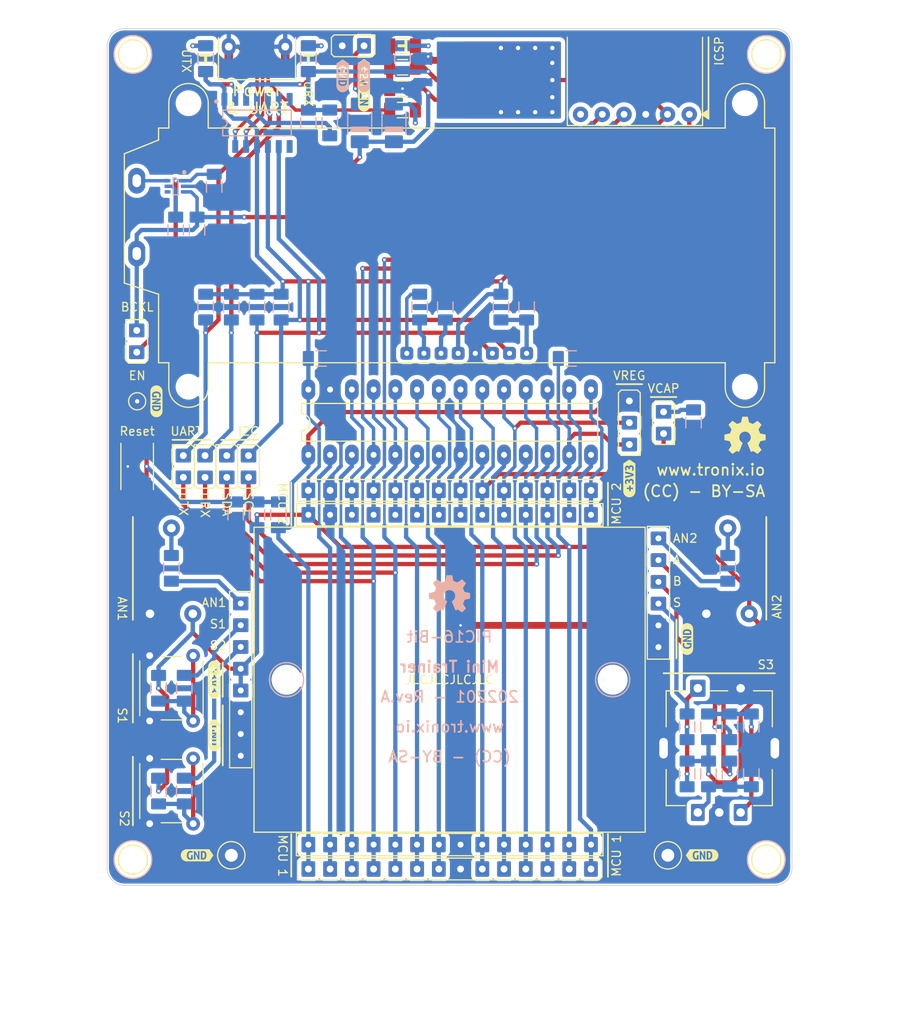
<source format=kicad_pcb>
(kicad_pcb (version 20221018) (generator pcbnew)
  (title_block (title "PIC16-Bit Mini Trainer") (date "01/2022") (rev "A"))
  (layers (0 "F.Cu" signal) (31 "B.Cu" signal) (34 "B.Paste" user) (35 "F.Paste" user) (36 "B.SilkS" user "B.Silkscreen") (37 "F.SilkS" user "F.Silkscreen") (38 "B.Mask" user) (39 "F.Mask" user) (44 "Edge.Cuts" user))
  (net 0 "")
  (net 1 "+5V")
  (net 2 "GND")
  (net 3 "+3V3")
  (net 4 "Net-(LCD301-~{RST})")
  (net 5 "Net-(LCD301-VOUT)")
  (net 6 "Net-(LCD301-C1+)")
  (net 7 "Net-(R309-Pad2)")
  (net 8 "Net-(LCD301-C1-)")
  (net 9 "Net-(S303-A)")
  (net 10 "Net-(S303-B)")
  (net 11 "Net-(D201-A)")
  (net 12 "Net-(D202-A)")
  (net 13 "Net-(K201-VBUS)")
  (net 14 "~{MCLR}")
  (net 15 "Net-(R301-Pad2)")
  (net 16 "Net-(K205-Pin_12)")
  (net 17 "Net-(K205-Pin_11)")
  (net 18 "Net-(P301-Pad2)")
  (net 19 "Net-(K205-Pin_10)")
  (net 20 "ROTARY_S")
  (net 21 "Net-(P302-Pad2)")
  (net 22 "ROTARY_A")
  (net 23 "ROTARY_B")
  (net 24 "Net-(K302-Pad1)")
  (net 25 "BCKL")
  (net 26 "Net-(C202-Pad1)")
  (net 27 "/HID/SDA")
  (net 29 "/HID/SCL")
  (net 30 "/HID/D-")
  (net 31 "/HID/D+")
  (net 32 "Net-(K205-Pin_9)")
  (net 33 "Net-(U301-EN)")
  (net 34 "Net-(R304-Pad2)")
  (net 35 "Net-(U302-URx)")
  (net 36 "Net-(C206-Pad1)")
  (net 37 "PGD{slash}UTX{slash}RB0")
  (net 38 "PGC{slash}URX{slash}RB1")
  (net 39 "Net-(U302-UTx)")
  (net 41 "Net-(K202-Pin_2)")
  (net 42 "Net-(K202-Pin_3)")
  (net 43 "Net-(K202-Pin_6)")
  (net 44 "Net-(K202-Pin_7)")
  (net 45 "Net-(K202-Pin_9)")
  (net 46 "Net-(K202-Pin_10)")
  (net 47 "Net-(K202-Pin_11)")
  (net 48 "Net-(K202-Pin_12)")
  (net 49 "Net-(K202-Pin_14)")
  (net 50 "Net-(K205-Pin_3)")
  (net 51 "Net-(K205-Pin_4)")
  (net 52 "Net-(K205-Pin_5)")
  (net 53 "Net-(K205-Pin_6)")
  (net 54 "Net-(K205-Pin_7)")
  (net 55 "Net-(K205-Pin_8)")
  (net 56 "Net-(K205-Pin_13)")
  (net 57 "Net-(K205-Pin_14)")
  (net 58 "Net-(K301-Pin_1)")
  (net 59 "Net-(K301-Pin_2)")
  (net 60 "Net-(K301-Pin_3)")
  (net 61 "Net-(LED201-A)")
  (net 62 "Net-(LED301-C)")
  (net 63 "Net-(LED301-A)")
  (net 64 "Net-(LED302-C)")
  (net 65 "Net-(LED302-A)")
  (net 66 "Net-(U301-RSET)")
  (net 67 "Net-(U302-~{RESET})")
  (footprint "tronixio:NHD-C0220BIZ" (layer "F.Cu") (at 109 69)
    (fp_text reference "LCD301" hide)
    (fp_text value "NHD-C0220BIZ")
  )
  (footprint "kibuzzard-627E46F0" (layer "F.Cu") (at 97 53.6 -90)
    (fp_text reference "kibuzzard-627E46F0" hide)
    (fp_text value "G***" hide)
  )
  (footprint "tronixio:LED-SMD-1206" (layer "F.Cu") (at 78.5 50.5 90)
    (fp_text reference "LED302" hide)
    (fp_text value "UTX")
  )
  (footprint "tronixio:HARWIN-M20-7580-7583" (layer "F.Cu") (at 117 155)
    (fp_text reference "JP105" hide)
    (fp_text value "HARWIN-JUMPER-0254-06MM-BLACK" hide)
  )
  (footprint "tronixio:HARWIN-M20-7580-7583" (layer "F.Cu") (at 93 155)
    (fp_text reference "JP101" hide)
    (fp_text value "HARWIN-JUMPER-0254-06MM-BLACK" hide)
  )
  (footprint "kibuzzard-627E477E" (layer "F.Cu") (at 79.5 123 -90)
    (fp_text reference "kibuzzard-627E477E" hide)
    (fp_text value "G***" hide)
  )
  (footprint "tronixio:SOT-223-3" (layer "F.Cu") (at 110 53)
    (fp_text reference "U201" hide)
    (fp_text value "TLV1117-33")
  )
  (footprint "tronixio:HARWIN-M20-999034x" (layer "F.Cu") (at 128 95.54 180)
    (fp_text reference "JP204" hide)
    (fp_text value "VREG")
  )
  (footprint "tronixio:HARWIN-M20-999024x" (layer "F.Cu") (at 80.97 96.835)
    (fp_text reference "JP203" hide)
    (fp_text value "SDA")
  )
  (footprint "tronixio:HARWIN-M20-782144x" (layer "F.Cu") (at 90.5 142.25 90)
    (fp_text reference "K203" hide)
    (fp_text value "MCU 1")
  )
  (footprint "tronixio:HARWIN-M20-999024x" (layer "F.Cu") (at 78.43 96.835)
    (fp_text reference "JP303" hide)
    (fp_text value "URX")
  )
  (footprint "tronixio:HARWIN-M20-7580-7583" (layer "F.Cu") (at 123 155)
    (fp_text reference "JP106" hide)
    (fp_text value "HARWIN-JUMPER-0254-06MM-BLACK" hide)
  )
  (footprint "tronixio:SAMTEC-SSW-106-02-T-S-RA" (layer "F.Cu") (at 122.3 57)
    (fp_text reference "K204" hide)
    (fp_text value "ICSP")
  )
  (footprint "tronixio:HARWIN-M20-7580-7583" (layer "F.Cu") (at 105 155.1)
    (fp_text reference "JP103" hide)
    (fp_text value "HARWIN-JUMPER-0254-06MM-BLACK" hide)
  )
  (footprint "kibuzzard-627E47DC" (layer "F.Cu") (at 77.5 143.5)
    (fp_text reference "kibuzzard-627E47DC" hide)
    (fp_text value "G***" hide)
  )
  (footprint "tronixio:LED-SMD-1206" (layer "F.Cu") (at 90.5 50.5 90)
    (fp_text reference "LED301" hide)
    (fp_text value "URX")
  )
  (footprint "kibuzzard-627E4750" (layer "F.Cu") (at 72.75 90.5 -90)
    (fp_text reference "kibuzzard-627E4750" hide)
    (fp_text value "G***" hide)
  )
  (footprint "tronixio:PIHER-PT10MV" (layer "F.Cu") (at 139.5 110)
    (fp_text reference "P302" hide)
    (fp_text value "10K")
  )
  (footprint "tronixio:HARWIN-M20-999144x" (layer "F.Cu") (at 90.5 145.1 90)
    (fp_text reference "K202" hide)
    (fp_text value "MCU 1")
  )
  (footprint "tronixio:HARWIN-M20-999024x" (layer "F.Cu") (at 75.89 96.835)
    (fp_text reference "JP302" hide)
    (fp_text value "UTX")
  )
  (footprint "tronixio:CAPACITOR-SMD-1206" (layer "F.Cu") (at 101.5 51.5 180)
    (fp_text reference "C203" hide)
    (fp_text value "10µ")
  )
  (footprint "tronixio:KEYSTONE-5006" (layer "F.Cu") (at 81.5 143.5 90)
    (fp_text reference "TP201" hide)
    (fp_text value "KEYSTONE-5006")
  )
  (footprint "tronixio:FUSE-SMD-1206" (layer "F.Cu") (at 101.5 56.5)
    (fp_text reference "F201" hide)
    (fp_text value "500mA")
  )
  (footprint "tronixio:KEYSTONE-9055" (layer "F.Cu") (at 144 50)
    (fp_text reference "H103" hide)
    (fp_text value "KEYSTONE-9055" hide)
  )
  (footprint "tronixio:USB-TYPE-B-MICRO-TH" (layer "F.Cu") (at 84.5 49.65 -90)
    (fp_text reference "K201" hide)
    (fp_text value "*Power & UART")
  )
  (footprint "tronixio:KEYSTONE-2000-3" (layer "F.Cu") (at 70.5 90.5)
    (fp_text reference "TP203" hide)
    (fp_text value "KEYSTONE-2000-3")
  )
  (footprint "tronixio:KEYSTONE-5006" (layer "F.Cu") (at 132.5 143.5 90)
    (fp_text reference "TP202" hide)
    (fp_text value "KEYSTONE-5006")
  )
  (footprint "tronixio:KEYSTONE-9055" (layer "F.Cu") (at 70 50)
    (fp_text reference "H104" hide)
    (fp_text value "KEYSTONE-9055" hide)
  )
  (footprint "tronixio:PIHER-PT10MV" (layer "F.Cu") (at 74.5 110)
    (fp_text reference "P301" hide)
    (fp_text value "10K")
  )
  (footprint "tronixio:HARWIN-M20-782064x" (layer "F.Cu") (at 131.4 106.5)
    (fp_text reference "K302" hide)
    (fp_text value "HARWIN-254-F-1X06-VERTICAL")
  )
  (footprint "tronixio:CK-KSA-TH" (layer "F.Cu") (at 74.5 124 -90)
    (fp_text reference "S301" hide)
    (fp_text value "S1")
  )
  (footprint "tronixio:HARWIN-M20-999144x" (layer "F.Cu") (at 90.5 100.9 90)
    (fp_text reference "K205" hide)
    (fp_text value "MCU 2")
  )
  (footprint "tronixio:LED-SMD-1206" (layer "F.Cu") (at 101.5 49)
    (fp_text reference "LED201" hide)
    (fp_text value "Power")
  )
  (footprint "tronixio:KEYSTONE-9055" (layer "F.Cu") (at 70 144)
    (fp_text reference "H101" hide)
    (fp_text value "KEYSTONE-9055" hide)
  )
  (footprint "tronixio:HARWIN-M20-7580-7583" (layer "F.Cu") (at 111 155)
    (fp_text reference "JP104" hide)
    (fp_text value "HARWIN-JUMPER-0254-06MM-BLACK" hide)
  )
  (footprint "tronixio:DIP-28-W762-SOCKET" (layer "F.Cu") (at 90.5 96.75 90)
    (fp_text reference "U202" hide)
    (fp_text value "PIC24/dsPIC32")
  )
  (footprint "tronixio:HARWIN-M20-999024x" (layer "F.Cu") (at 70.45 82.23)
    (fp_text reference "JP301" hide)
    (fp_text value "BCKL")
  )
  (footprint "tronixio:CAPACITOR-SMD-1206" (layer "F.Cu") (at 101.5 54 180)
    (fp_text reference "C201" hide)
    (fp_text value "10µ")
  )
  (footprint "tronixio:HARWIN-M20-7580-7583" (layer "F.Cu") (at 99 155)
    (fp_text reference "JP102" hide)
    (fp_text value "HARWIN-JUMPER-0254-06MM-BLACK" hide)
  )
  (footprint "tronixio:HARWIN-M20-999024x" (layer "F.Cu") (at 97 49 -90)
    (fp_text reference "JP201" hide)
    (fp_text value "Power IN")
  )
  (footprint "tronixio:BOURNS-PEC12R-SWITCH" (layer "F.Cu") (at 138.5 131 180)
    (fp_text reference "S303" hide)
    (fp_text value "BOURNS-PEC12R-24DENTS-SWITCH")
  )
  (footprint "tronixio:HARWIN-M20-999024x" (layer "F.Cu") (at 132 94.27 180)
    (fp_text reference "JP205" hide)
    (fp_text value "VCAP")
  )
  (footprint "tronixio:HARWIN-M20-782084x" (layer "F.Cu") (at 82.6 114.1)
    (fp_text reference "K301" hide)
    (fp_text value "HARWIN-254-F-1X08-VERTICAL")
  )
  (footprint "kibuzzard-627E94B6" (layer "F.Cu") (at 128 99.5 90)
    (fp_text reference "kibuzzard-627E94B6" hide)
    (fp_text value "G***" hide)
  )
  (footprint "tronixio:OSHW-5MM" (layer "F.Cu") (at 141.5 94.5)
    (fp_text reference "G***" hide)
    (fp_text value "LOGO" hide)
  )
  (footprint "kibuzzard-627E4750" (layer "F.Cu") (at 79.5 129.5 -90)
    (fp_text reference "kibuzzard-627E4750" hide)
    (fp_text value "G***" hide)
  )
  (footprint "tronixio:ALPS-SKRPAC" (layer "F.Cu") (at 70.5 98.105 90)
    (fp_text reference "S201" hide)
    (fp_text value "Reset")
  )
  (footprint "tronixio:PE-450-4X6X" (layer "F.Cu") (at 140 155)
    (fp_text reference "K101" hide)
    (fp_text value "PE-450-4X6X-BLACK" hide)
  )
  (footprint "tronixio:BREADBOARD-170" (layer "F.Cu") (at 107 123)
    (fp_text reference "BB301" hide)
    (fp_text value "BREADBOARD-170")
  )
  (footprint "tronixio:HARWIN-M20-999024x" (layer "F.Cu") (at 83.51 96.835)
    (fp_text reference "JP202" hide)
    (fp_text value "SCL")
  )
  (footprint "tronixio:HARWIN-M20-782144x" (layer "F.Cu") (at 90.5 103.75 90)
    (fp_text reference "K206" hide)
    (fp_text value "MCU 2")
  )
  (footprint "kibuzzard-627E4750" (layer "F.Cu") (at 134.75 118.25 90)
    (fp_text reference "kibuzzard-627E4750" hide)
    (fp_text value "G***" hide)
  )
  (footprint "tronixio:KEYSTONE-9055" (layer "F.Cu") (at 144 144)
    (fp_text reference "H102" hide)
    (fp_text value "KEYSTONE-9055" hide)
  )
  (footprint "kibuzzard-627E464E" (layer "F.Cu") (at 94.5 52.5 -90)
    (fp_text reference "kibuzzard-627E464E" hide)
    (fp_text value "G***" hide)
  )
  (footprint "tronixio:CK-KSA-TH" (layer "F.Cu") (at 74.5 136 -90)
    (fp_text reference "S302" hide)
    (fp_text value "S2")
  )
  (footprint "tronixio:HARWIN-M20-7580-7583" (layer "F.Cu") (at 129 155)
    (fp_text reference "JP107" hide)
    (fp_text value "HARWIN-JUMPER-0254-06MM-BLACK" hide)
  )
  (footprint "kibuzzard-627E47F4" (layer "F.Cu") (at 136.5 143.5)
    (fp_text reference "kibuzzard-627E47F4" hide)
    (fp_text value "G***" hide)
  )
  (footprint "tronixio:RESISTOR-SMD-1206" (layer "B.Cu") (at 73 124 -90)
    (fp_text reference "R301" hide)
    (fp_text value "10K")
  )
  (footprint "tronixio:CAPACITOR-SMD-1206" (layer "B.Cu") (at 121.205 85.5)
    (fp_text reference "C205" hide)
    (fp_text value "100n")
  )
  (footprint "tronixio:RESISTOR-SMD-1206" (layer "B.Cu") (at 73 136 -90)
    (fp_text reference "R304" hide)
    (fp_text value "10K")
  )
  (footprint "tronixio:CAPACITOR-SMD-1206" (layer "B.Cu") (at 135.5 93 -90)
    (fp_text reference "C206" hide)
    (fp_text value "10µ")
  )
  (footprint "tronixio:CAPACITOR-SMD-1206" (layer "B.Cu") (at 90.5 58 -90)
    (fp_text reference "C306" hide)
    (fp_text value "100n")
  )
  (footprint "tronixio:RESISTOR-SMD-1206" (layer "B.Cu") (at 84.5 79.5 -90)
    (fp_text reference "R205" hide)
    (fp_text value "4K7")
  )
  (footprint "tronixio:RESISTOR-SMD-1206" (layer "B.Cu") (at 137.25 134 -90)
    (fp_text reference "R311" hide)
    (fp_text value "10K")
  )
  (footprint "tronixio:CAPACITOR-SMD-1206" (layer "B.Cu") (at 103.5 79.5 90)
    (fp_text reference "C303" hide)
    (fp_text value "1µ")
  )
  (footprint "tronixio:RESISTOR-SMD-1206" (layer "B.Cu") (at 75 70.5 -90)
    (fp_text reference "R308" hide)
    (fp_text value "2K4")
  )
  (footprint "tronixio:RESISTOR-SMD-1206" (layer "B.Cu") (at 78.5 79.5 -90)
    (fp_text reference "R316" hide)
    (fp_text value "10K")
  )
  (footprint "tronixio:SOD-128" (layer "B.Cu") (at 100.5 58 90)
    (fp_text reference "D201" hide)
    (fp_text value "PMEG3030")
  )
  (footprint "tronixio:OSHW-5MM" (layer "B.Cu") (at 107 113 180)
    (fp_text reference "G***" hide)
    (fp_text value "LOGO" hide)
  )
  (footprint "tronixio:CAPACITOR-SMD-1206" (layer "B.Cu") (at 106.5 79.5 90)
    (fp_text reference "C302" hide)
    (fp_text value "1µ")
  )
  (footprint "tronixio:RESISTOR-SMD-1206" (layer "B.Cu") (at 76 136 90)
    (fp_text reference "R305" hide)
    (fp_text value "1K")
  )
  (footprint "tronixio:RESISTOR-SMD-1206" (layer "B.Cu") (at 79.5 65.5 -90)
    (fp_text reference "R307" hide)
    (fp_text value "10K")
  )
  (footprint "tronixio:RESISTOR-SMD-1206" (layer "B.Cu") (at 93 58 -90)
    (fp_text reference "R313" hide)
    (fp_text value "10K")
  )
  (footprint "tronixio:SOD-128" (layer "B.Cu") (at 96.5 58 90)
    (fp_text reference "D202" hide)
    (fp_text value "PMEG3030")
  )
  (footprint "tronixio:RESISTOR-SMD-1206" (layer "B.Cu") (at 81.5 79.5 -90)
    (fp_text reference "R317" hide)
    (fp_text value "10K")
  )
  (footprint "tronixio:RESISTOR-SMD-1206" (layer "B.Cu") (at 134.75 134 -90)
    (fp_text reference "R312" hide)
    (fp_text value "10K")
  )
  (footprint "tronixio:RESISTOR-SMD-1206" (layer "B.Cu") (at 139.75 128.5 -90)
    (fp_text reference "R315" hide)
    (fp_text value "1K")
  )
  (footprint "tronixio:RESISTOR-SMD-1206" (layer "B.Cu") (at 76 124 90)
    (fp_text reference "R302" hide)
    (fp_text value "1K")
  )
  (footprint "tronixio:CAPACITOR-SMD-1206" (layer "B.Cu") (at 142.25 134 90)
    (fp_text reference "C305" hide)
    (fp_text value "10n")
  )
  (footprint "tronixio:RESISTOR-SMD-1206" (layer "B.Cu") (at 90.5 50.5 90)
    (fp_text reference "R318" hide)
    (fp_text value "4K7")
  )
  (footprint "tronixio:CAPACITOR-SMD-1206" (layer "B.Cu") (at 92 85.5)
    (fp_text reference "C204" hide)
    (fp_text value "100n")
  )
  (footprint "tronixio:RESISTOR-SMD-1206" (layer "B.Cu") (at 78.5 50.5 90)
    (fp_text reference "R319" hide)
    (fp_text value "4K7")
  )
  (footprint "tronixio:CAPACITOR-SMD-1206" (layer "B.Cu") (at 142.25 128.5 -90)
    (fp_text reference "C307" hide)
    (fp_text value "10n")
  )
  (footprint "tronixio:RESISTOR-SMD-1206" (layer "B.Cu") (at 134.75 128.5 -90)
    (fp_text reference "R309" hide)
    (fp_text value "1K")
  )
  (footprint "tronixio:RESISTOR-SMD-1206" (layer "B.Cu") (at 113 79.5 -90)
    (fp_text reference "R303" hide)
    (fp_text value "10K")
  )
  (footprint "tronixio:SC-70-6" (layer "B.Cu") (at 75 65.4 180)
    (fp_text reference "U301" hide)
    (fp_text value "CAT4002A")
  )
  (footprint "tronixio:RESISTOR-SMD-1206" (layer "B.Cu") (at 87.32 79.5 -90)
    (fp_text reference "R204" hide)
    (fp_text value "4K7")
  )
  (footprint "tronixio:RESISTOR-SMD-1206" (layer "B.Cu") (at 139.75 134 -90)
    (fp_text reference "R310" hide)
    (fp_text value "10K")
  )
  (footprint "tronixio:CAPACITOR-SMD-1206" (layer "B.Cu") (at 116 79.5 90)
    (fp_text reference "C301" hide)
    (fp_text value "10n")
  )
  (footprint "kibuzzard-627E464E" (layer "B.Cu") (at 94.5 52.5 -90)
    (fp_text reference "kibuzzard-627E464E" hide)
    (fp_text value "G***" hide)
  )
  (footprint "tronixio:RESISTOR-SMD-1206" (layer "B.Cu") (at 74.5 110 -90)
    (fp_text reference "R306" hide)
    (fp_text value "1K")
  )
  (footprint "tronixio:SOIC-14" (layer "B.Cu") (at 84.5 58 -90)
    (fp_text reference "U302" hide)
    (fp_text value "MCP2221A")
  )
  (footprint "tronixio:RESISTOR-SMD-1206" (layer "B.Cu") (at 87 103.75 90)
    (fp_text reference "R202" hide)
    (fp_text value "1K")
  )
  (footprint "tronixio:CAPACITOR-SMD-1206" (layer "B.Cu") (at 77.5 70.5 -90)
    (fp_text reference "C304" hide)
    (fp_text value "1µ")
  )
  (footprint "kibuzzard-640F1A35" (layer "B.Cu") (at 97 52.5 -90)
    (fp_text reference "kibuzzard-640F1A35" hide)
    (fp_text value "G***" hide)
  )
  (footprint "tronixio:RESISTOR-SMD-1206" (layer "B.Cu") (at 139.5 110 -90)
    (fp_text reference "R320" hide)
    (fp_text value "1K")
  )
  (footprint "tronixio:RESISTOR-SMD-1206" (layer "B.Cu") (at 137.25 128.5 90)
    (fp_text reference "R314" hide)
    (fp_text value "10K")
  )
  (footprint "tronixio:CAPACITOR-SMD-1206" (layer "B.Cu") (at 82 103.75 -90)
    (fp_text reference "C202" hide)
    (fp_text value "100n")
  )
  (footprint "tronixio:RESISTOR-SMD-1206" (layer "B.Cu") (at 101.5 50.5 90)
    (fp_text reference "R203" hide)
    (fp_text value "4K7")
  )
  (footprint "tronixio:RESISTOR-SMD-1206" (layer "B.Cu") (at 84.5 103.75 90)
    (fp_text reference "R201" hide)
    (fp_text value "10K")
  )
  (gr_circle (center 79.75 55.5) (end 79.95 55.5) (stroke (width 0.1)) (fill solid) (layer "B.SilkS"))
  (gr_circle (center 76 63.75) (end 76.2 63.75) (stroke (width 0.1)) (fill solid) (layer "B.SilkS"))
  (gr_line (start 88.5 100) (end 88.5 105) (stroke (width 0.2)) (layer "F.SilkS"))
  (gr_line (start 125.5 141) (end 125.5 146) (stroke (width 0.2)) (layer "F.SilkS"))
  (gr_line (start 70 132) (end 70 140) (stroke (width 0.2)) (layer "F.SilkS"))
  (gr_line (start 133.5 90) (end 130.5 90) (stroke (width 0.2)) (layer "F.SilkS"))
  (gr_line (start 70 120) (end 70 128) (stroke (width 0.2)) (layer "F.SilkS"))
  (gr_line (start 144 104) (end 144 116) (stroke (width 0.2)) (layer "F.SilkS"))
  (gr_line (start 80.5 126) (end 80.5 133) (stroke (width 0.2)) (layer "F.SilkS"))
  (gr_line (start 84.8 95) (end 80.33 95) (stroke (width 0.2)) (layer "F.SilkS"))
  (gr_line (start 88.5 141) (end 88.5 146) (stroke (width 0.2)) (layer "F.SilkS"))
  (gr_poly (pts (xy 137.25 57.5) (xy 136.5 57) (xy 137.25 56.5)) (stroke (width 0.2)) (fill solid) (layer "F.SilkS"))
  (gr_line (start 70 104) (end 70 116) (stroke (width 0.2)) (layer "F.SilkS"))
  (gr_line (start 74.62 95) (end 79 95) (stroke (width 0.2)) (layer "F.SilkS"))
  (gr_line (start 133.5 116) (end 133.5 120.5) (stroke (width 0.2)) (layer "F.SilkS"))
  (gr_line (start 132 122.25) (end 145 122.25) (stroke (width 0.2)) (layer "F.SilkS"))
  (gr_line (start 80.5 125) (end 80.5 121) (stroke (width 0.2)) (layer "F.SilkS"))
  (gr_line (start 129.5 88.5) (end 126.5 88.5) (stroke (width 0.2)) (layer "F.SilkS"))
  (gr_line (start 125.5 100) (end 125.5 105) (stroke (width 0.2)) (layer "F.SilkS"))
  (gr_line (start 137.25 48) (end 137.25 57.5) (stroke (width 0.2)) (layer "F.SilkS"))
  (gr_arc (start 147 145) (mid 146.414214 146.414214) (end 145 147) (stroke (width 0.1)) (layer "Edge.Cuts"))
  (gr_arc (start 145 47) (mid 146.414214 47.585786) (end 147 49) (stroke (width 0.1)) (layer "Edge.Cuts"))
  (gr_arc (start 67 49) (mid 67.585786 47.585786) (end 69 47) (stroke (width 0.1)) (layer "Edge.Cuts"))
  (gr_line (start 67 49) (end 67 145) (stroke (width 0.1)) (layer "Edge.Cuts"))
  (gr_line (start 69 147) (end 145 147) (stroke (width 0.1)) (layer "Edge.Cuts"))
  (gr_line (start 145 47) (end 69 47) (stroke (width 0.1)) (layer "Edge.Cuts"))
  (gr_line (start 147 145) (end 147 49) (stroke (width 0.1)) (layer "Edge.Cuts"))
  (gr_arc (start 69 147) (mid 67.585786 146.414214) (end 67 145) (stroke (width 0.1)) (layer "Edge.Cuts"))
  (gr_text "(CC) - BY-SA" (at 107 132) (layer "B.SilkS") (effects (font (size 1.3 1.3) (thickness 0.2)) (justify mirror)))
  (gr_text "www.tronix.io" (at 107 128.5) (layer "B.SilkS") (effects (font (size 1.3 1.3) (thickness 0.2)) (justify mirror)))
  (gr_text "202201 - Rev.A" (at 107 125) (layer "B.SilkS") (effects (font (size 1.3 1.3) (thickness 0.2)) (justify mirror)))
  (gr_text "PIC16-Bit" (at 107 118) (layer "B.SilkS") (effects (font (size 1.3 1.3) (thickness 0.2)) (justify mirror)))
  (gr_text "Mini Trainer" (at 107 121.5) (layer "B.SilkS") (effects (font (size 1.3 1.3) (thickness 0.25)) (justify mirror)))
  (gr_text "S1" (at 81 116.5) (layer "F.SilkS") (effects (font (size 1 1)) (justify right)))
  (gr_text "www.tronix.io" (at 144 98.5) (layer "F.SilkS") (effects (font (size 1.3 1.3) (thickness 0.2)) (justify right)))
  (gr_text "MCU 2" (at 126.5 105 90) (layer "F.SilkS") (effects (font (size 1 1)) (justify left)))
  (gr_text "AN1" (at 81 114) (layer "F.SilkS") (effects (font (size 1 1)) (justify right)))
  (gr_text "SDA" (at 80.97 101 270) (layer "F.SilkS") (effects (font (size 1 1)) (justify left)))
  (gr_text "URX" (at 78.43 101 270) (layer "F.SilkS") (effects (font (size 1 1)) (justify left)))
  (gr_text "UTX" (at 76.25 50.75 270) (layer "F.SilkS") (effects (font (size 1 1))))
  (gr_text "(CC) - BY-SA" (at 144 101) (layer "F.SilkS") (effects (font (size 1.3 1.3) (thickness 0.2)) (justify right)))
  (gr_text "S1" (at 68.75 128.25 270) (layer "F.SilkS") (effects (font (size 1 1)) (justify right)))
  (gr_text "ICSP" (at 138.5 47.8 90) (layer "F.SilkS") (effects (font (size 1 1)) (justify right)))
  (gr_text "A" (at 133 109) (layer "F.SilkS") (effects (font (size 1 1)) (justify left)))
  (gr_text "URX" (at 90.5 53 270) (layer "F.SilkS") (effects (font (size 1 1)) (justify left)))
  (gr_text "AN2" (at 145.25 116 90) (layer "F.SilkS") (effects (font (size 1 1)) (justify left)))
  (gr_text "VREG" (at 128 87.5) (layer "F.SilkS") (effects (font (size 1 1))))
  (gr_text "BCKL" (at 70.5 79.5) (layer "F.SilkS") (effects (font (size 1 1))))
  (gr_text "Power\n& UART" (at 84.5 55.25) (layer "F.SilkS") (effects (font (size 1.3 1.3) (thickness 0.2))))
  (gr_text "EN" (at 70.5 87.5) (layer "F.SilkS") (effects (font (size 1 1))))
  (gr_text "MCU 2" (at 87.5 105 270) (layer "F.SilkS") (effects (font (size 1 1)) (justify right)))
  (gr_text "S3" (at 145 121.25) (layer "F.SilkS") (effects (font (size 1 1)) (justify right)))
  (gr_text "AN1" (at 68.75 116.25 270) (layer "F.SilkS") (effects (font (size 1 1)) (justify right)))
  (gr_text "UART" (at 74.3 94) (layer "F.SilkS") (effects (font (size 1 1)) (justify left)))
  (gr_text "Reset" (at 70.5 94) (layer "F.SilkS") (effects (font (size 1 1))))
  (gr_text "UTX" (at 75.89 101 270) (layer "F.SilkS") (effects (font (size 1 1)) (justify left)))
  (gr_text "B" (at 133 111.5) (layer "F.SilkS") (effects (font (size 1 1)) (justify left)))
  (gr_text "S2" (at 81 119) (layer "F.SilkS") (effects (font (size 1 1)) (justify right)))
  (gr_text "S" (at 133 114) (layer "F.SilkS") (effects (font (size 1 1)) (justify left)))
  (gr_text "MCU 1" (at 126.5 141 90) (layer "F.SilkS") (effects (font (size 1 1)) (justify right)))
  (gr_text "I2C" (at 84.8 94) (layer "F.SilkS") (effects (font (size 1 1)) (justify right)))
  (gr_text "SCL" (at 83.51 101 270) (layer "F.SilkS") (effects (font (size 1 1)) (justify left)))
  (gr_text "S2" (at 69 140.25 270) (layer "F.SilkS") (effects (font (size 1 1)) (justify right)))
  (gr_text "AN2" (at 133 106.5) (layer "F.SilkS") (effects (font (size 1 1)) (justify left)))
  (gr_text "JLCJLCJLCJLC" (at 107 123) (layer "F.SilkS") (effects (font (size 1 1))))
  (gr_text "MCU 1" (at 87.5 141 270) (layer "F.SilkS") (effects (font (size 1 1)) (justify left)))
  (gr_text "VCAP" (at 132 89) (layer "F.SilkS") (effects (font (size 1 1))))
  (segment (start 89.5 69) (end 83 69) (width 0.5) (layer "F.Cu") (net 1))
  (segment (start 96.5 62) (end 89.5 69) (width 0.5) (layer "F.Cu") (net 1))
  (segment (start 104 54) (end 104.5 54.5) (width 0.5) (layer "F.Cu") (net 1))
  (segment (start 104 54) (end 103 54) (width 0.5) (layer "F.Cu") (net 1))
  (segment (start 105.3 55.3) (end 106.85 55.3) (width 0.5) (layer "F.Cu") (net 1))
  (segment (start 105.3 55.3) (end 104.5 54.5) (width 0.5) (layer "F.Cu") (net 1))
  (via (at 83 69) (size 0.6) (drill 0.3) (layers "F.Cu" "B.Cu") (net 1))
  (via (at 96.5 62) (size 0.6) (drill 0.3) (layers "F.Cu" "B.Cu") (net 1))
  (via (at 104.5 54.5) (size 0.6) (drill 0.3) (layers "F.Cu" "B.Cu") (net 1))
  (segment (start 75.95 66.05) (end 76.8 66.05) (width 0.4) (layer "B.Cu") (net 1))
  (segment (start 71 70.5) (end 77 70.5) (width 0.5) (layer "B.Cu") (net 1))
  (segment (start 100.5 60.2) (end 102.8 60.2) (width 0.5) (layer "B.Cu") (net 1))
  (segment (start 76.8 66.05) (end 77.5 66.75) (width 0.4) (layer "B.Cu") (net 1))
  (segment (start 70.45 82.23) (end 70.45 73.25) (width 0.5) (layer "B.Cu") (net 1))
  (segment (start 83 69) (end 77.5 69) (width 0.5) (layer "B.Cu") (net 1))
  (segment (start 70.45 73.25) (end 70.45 71.05) (width 0.5) (layer "B.Cu") (net 1))
  (segment (start 70.45 71.05) (end 71 70.5) (width 0.5) (layer "B.Cu") (net 1))
  (segment (start 77.5 70) (end 77.5 69) (width 0.5) (layer "B.Cu") (net 1))
  (segment (start 77.5 66.75) (end 77.5 69) (width 0.4) (layer "B.Cu") (net 1))
  (segment (start 102.8 60.2) (end 104.5 58.5) (width 0.5) (layer "B.Cu") (net 1))
  (segment (start 96.5 62) (end 96.5 60.2) (width 0.5) (layer "B.Cu") (net 1))
  (segment (start 96.5 60.2) (end 100.5 60.2) (width 0.5) (layer "B.Cu") (net 1))
  (segment (start 104.5 58.5) (end 104.5 54.5) (width 0.5) (layer "B.Cu") (net 1))
  (segment (start 77 70.5) (end 77.5 70) (width 0.5) (layer "B.Cu") (net 1))
  (segment (start 104.5 50.25) (end 104.95 50.7) (width 0.8) (layer "F.Cu") (net 2))
  (segment (start 104.95 50.7) (end 106.85 50.7) (width 0.8) (layer "F.Cu") (net 2))
  (segment (start 101.5 54) (end 100 54) (width 0.8) (layer "F.Cu") (net 2))
  (segment (start 87.8 49.1) (end 87.8 51.4) (width 1) (layer "F.Cu") (net 2))
  (segment (start 83.2 51.9) (end 83.2 50) (width 0.4) (layer "F.Cu") (net 2))
  (segment (start 100 51.5) (end 100 49) (width 0.8) (layer "F.Cu") (net 2))
  (segment (start 100 54) (end 100 51.5) (width 0.8) (layer "F.Cu") (net 2))
  (segment (start 131.4 116.66) (end 108.28 116.66) (width 0.8) (layer "F.Cu") (net 2))
  (segment (start 82.3 49.1) (end 81.2 49.1) (width 0.4) (layer "F.Cu") (net 2))
  (segment (start 81.2 49.1) (end 81.2 51.4) (width 1) (layer "F.Cu") (net 2))
  (segment (start 69.4 96.005) (end 69.4 98.105) (width 0.5) (layer "F.Cu") (net 2))
  (segment (start 69.4 100.205) (end 69.4 98.105) (width 0.5) (layer "F.Cu") (net 2))
  (segment (start 83.2 50) (end 82.3 49.1) (width 0.4) (layer "F.Cu") (net 2))
  (via (at 104.5 50.25) (size 0.6) (drill 0.3) (layers "F.Cu" "B.Cu") (net 2))
  (via (at 108.28 116.66) (size 0.6) (drill 0.3) (layers "F.Cu" "B.Cu") (net 2))
  (via (at 69.4 98.105) (size 0.6) (drill 0.3) (layers "F.Cu" "B.Cu") (net 2))
  (via (at 101.5 54) (size 0.6) (drill 0.3) (layers "F.Cu" "B.Cu") (net 2))
  (segment (start 107.005 104.995) (end 107 105) (width 0.2) (layer "B.Cu") (net 2))
  (segment (start 93.04 99.37) (end 94.305 98.105) (width 0.4) (layer "B.Cu") (net 2))
  (segment (start 107.005 99.755) (end 107.005 104.995) (width 0.3) (layer "B.Cu") (net 2))
  (segment (start 75.95 65.4) (end 78.9 65.4) (width 0.4) (layer "B.Cu") (net 2))
  (segment (start 108.28 145.1) (end 108.28 142.25) (width 0.5) (layer "B.Cu") (net 2))
  (segment (start 93.035 92.39) (end 93.04 92.385) (width 0.4) (layer "B.Cu") (net 2))
  (segment (start 142.25 132.5) (end 142.25 130) (width 0.5) (layer "B.Cu") (net 2))
  (segment (start 107 99.75) (end 107.005 99.755) (width 0.3) (layer "B.Cu") (net 2))
  (segment (start 108.28 107.635) (end 108.28 142.25) (width 0.5) (layer "B.Cu") (net 2))
  (segment (start 93.04 100.9) (end 93.04 99.37) (width 0.4) (layer "B.Cu") (net 2))
  (segment (start 93.04 92.385) (end 93.04 89.13) (width 0.4) (layer "B.Cu") (net 2))
  (segment (start 107 99.38) (end 108.28 98.1) (width 0.5) (layer "B.Cu") (net 2))
  (segment (start 108.28 98.1) (end 108.28 96.75) (width 0.5) (layer "B.Cu") (net 2))
  (segment (start 78.9 65.4) (end 79.5 66) (width 0.4) (layer "B.Cu") (net 2))
  (segment (start 107 105) (end 107 106.355) (width 0.5) (layer "B.Cu") (net 2))
  (segment (start 79.5 66) (end 79.5 67) (width 0.4) (layer "B.Cu") (net 2))
  (segment (start 107 106.355) (end 108.28 107.635) (width 0.5) (layer "B.Cu") (net 2))
  (segment (start 94.305 93.66) (end 93.035 92.39) (width 0.4) (layer "B.Cu") (net 2))
  (segment (start 107 99.75) (end 107 99.38) (width 0.5) (layer "B.Cu") (net 2))
  (segment (start 94.305 98.105) (end 94.305 93.66) (width 0.4) (layer "B.Cu") (net 2))
  (segment (start 113 76.5) (end 132.46 57.04) (width 0.5) (layer "F.Cu") (net 3))
  (segment (start 141 127) (end 143 125) (width 0.5) (layer "F.Cu") (net 3))
  (segment (start 104 51.5) (end 104.5 52) (width 0.5) (layer "F.Cu") (net 3))
  (segment (start 143 116.3) (end 142 115.3) (width 0.5) (layer "F.Cu") (net 3))
  (segment (start 134 104.5) (end 128.6375 104.5) (width 0.5) (layer "F.Cu") (net 3))
  (segment (start 137.25 134) (end 138.25 135) (width 0.5) (layer "F.Cu") (net 3))
  (segment (start 81.22 121.72) (end 77 117.5) (width 0.5) (layer "F.Cu") (net 3))
  (segment (start 141 134) (end 141 127) (width 0.5) (layer "F.Cu") (net 3))
  (segment (start 106.85 53) (end 113.15 53) (width 1) (layer "F.Cu") (net 3))
  (segment (start 103 51.5) (end 104 51.5) (width 0.5) (layer "F.Cu") (net 3))
  (segment (start 120.98 107.5) (end 94.25 107.5) (width 0.5) (layer "F.Cu") (net 3))
  (segment (start 105.5 53) (end 104.5 52) (width 0.5) (layer "F.Cu") (net 3))
  (segment (start 142 112.5) (end 134 104.5) (width 0.5) (layer "F.Cu") (net 3))
  (segment (start 121.61 94.295) (end 120.975 94.93) (width 0.5) (layer "F.Cu") (net 3))
  (segment (start 142 115.3) (end 142 112.5) (width 0.5) (layer "F.Cu") (net 3))
  (segment (start 120.98 94.935) (end 120.98 96.75) (width 0.5) (layer "F.Cu") (net 3))
  (segment (start 138.25 135) (end 140 135) (width 0.5) (layer "F.Cu") (net 3))
  (segment (start 106.85 53) (end 105.5 53) (width 0.5) (layer "F.Cu") (net 3))
  (segment (start 124.795 94.295) (end 121.61 94.295) (width 0.5) (layer "F.Cu") (net 3))
  (segment (start 82.6 121.72) (end 81.22 121.72) (width 0.5) (layer "F.Cu") (net 3))
  (segment (start 74 135) (end 74 125) (width 0.5) (layer "F.Cu") (net 3))
  (segment (start 73 136) (end 74 135) (width 0.5) (layer "F.Cu") (net 3))
  (segment (start 90.5 103.75) (end 84.5 103.75) (width 0.5) (layer "F.Cu") (net 3))
  (segment (start 77 117.5) (end 77 115.3) (width 0.5) (layer "F.Cu") (net 3))
  (segment (start 132.46 57) (end 128.46 53) (width 0.5) (layer "F.Cu") (net 3))
  (segment (start 113 76.5) (end 87.5 76.5) (width 0.5) (layer "F.Cu") (net 3))
  (segment (start 94.25 107.5) (end 90.5 103.75) (width 0.5) (layer "F.Cu") (net 3))
  (segment (start 126.04 95.54) (end 124.795 94.295) (width 0.5) (layer "F.Cu") (net 3))
  (segment (start 128 95.54) (end 126.04 95.54) (width 0.5) (layer "F.Cu") (net 3))
  (segment (start 74 125) (end 73 124) (width 0.5) (layer "F.Cu") (net 3))
  (segment (start 128.46 53) (end 119 53) (width 0.5) (layer "F.Cu") (net 3))
  (segment (start 140 135) (end 141 134) (width 0.5) (layer "F.Cu") (net 3))
  (segment (start 120.975 94.93) (end 120.98 94.935) (width 0.4) (layer "F.Cu") (net 3))
  (segment (start 125.6375 107.5) (end 120.98 107.5) (width 0.5) (layer "F.Cu") (net 3))
  (segment (start 143 125) (end 143 116.3) (width 0.5) (layer "F.Cu") (net 3))
  (segment (start 128.6375 104.5) (end 125.6375 107.5) (width 0.5) (layer "F.Cu") (net 3))
  (via (at 119 51) (size 1) (drill 0.5) (layers "F.Cu" "B.Cu") (net 3))
  (via (at 104.5 52) (size 0.6) (drill 0.3) (layers "F.Cu" "B.Cu") (net 3))
  (via (at 73 124) (size 0.6) (drill 0.3) (layers "F.Cu" "B.Cu") (net 3))
  (via (at 113 49.25) (size 1) (drill 0.5) (layers "F.Cu" "B.Cu") (net 3))
  (via (at 90.5 76.5) (size 0.6) (drill 0.3) (layers "F.Cu" "B.Cu") (net 3))
  (via (at 115 56.75) (size 1) (drill 0.5) (layers "F.Cu" "B.Cu") (net 3))
  (via (at 84.5 103.75) (size 0.6) (drill 0.3) (layers "F.Cu" "B.Cu") (net 3))
  (via (at 115 49.25) (size 1) (drill 0.5) (layers "F.Cu" "B.Cu") (net 3))
  (via (at 113 56.75) (size 1) (drill 0.5) (layers "F.Cu" "B.Cu") (net 3))
  (via (at 119 49.25) (size 1) (drill 0.5) (layers "F.Cu" "B.Cu") (net 3))
  (via (at 120.98 107.5) (size 0.6) (drill 0.3) (layers "F.Cu" "B.Cu") (net 3))
  (via (at 73 136) (size 0.6) (drill 0.3) (layers "F.Cu" "B.Cu") (net 3))
  (via (at 87.5 76.5) (size 0.6) (drill 0.3) (layers "F.Cu" "B.Cu") (net 3))
  (via (at 119 53) (size 1) (drill 0.5) (layers "F.Cu" "B.Cu") (net 3))
  (via (at 117 49.25) (size 1) (drill 0.5) (layers "F.Cu" "B.Cu") (net 3))
  (via (at 137.25 134) (size 0.6) (drill 0.3) (layers "F.Cu" "B.Cu") (net 3))
  (via (at 113 76.5) (size 0.6) (drill 0.3) (layers "F.Cu" "B.Cu") (net 3))
  (via (at 119 55) (size 1) (drill 0.5) (layers "F.Cu" "B.Cu") (net 3))
  (via (at 119 56.75) (size 1) (drill 0.5) (layers "F.Cu" "B.Cu") (net 3))
  (via (at 117 56.75) (size 1) (drill 0.5) (layers "F.Cu" "B.Cu") (net 3))
  (segment (start 87.5 76.5) (end 84.5 73.5) (width 0.5) (layer "B.Cu") (net 3))
  (segment (start 84.5 119.82) (end 84.5 105.25) (width 0.5) (layer "B.Cu") (net 3))
  (segment (start 111.5 78) (end 113 78) (width 0.5) (layer "B.Cu") (net 3))
  (segment (start 73 122.5) (end 73 124) (width 0.5) (layer "B.Cu") (net 3))
  (segment (start 101.5 52) (end 104.5 52) (width 0.5) (layer "B.Cu") (net 3))
  (segment (start 81.5 78) (end 78.5 78) (width 0.5) (layer "B.Cu") (net 3))
  (segment (start 78.5 53) (end 79 53.5) (width 0.5) (layer "B.Cu") (net 3))
  (segment (start 119.705 105) (end 119.705 99.75) (width 0.3) (layer "B.Cu") (net 3))
  (segment (start 93 56.5) (end 90.5 56.5) (width 0.5) (layer "B.Cu") (net 3))
  (segment (start 82.6 124.26) (end 82.6 121.72) (width 0.5) (layer "B.Cu") (net 3))
  (segment (start 120.98 142.25) (end 120.98 107.5) (width 0.5) (layer "B.Cu") (net 3))
  (segment (start 119.705 99.75) (end 119.705 99.375) (width 0.5) (layer "B.Cu") (net 3))
  (segment (start 119.705 92.39) (end 119.705 85.5) (width 0.4) (layer "B.Cu") (net 3))
  (segment (start 120.98 107.5) (end 120.98 107.48) (width 0.4) (layer "B.Cu") (net 3))
  (segment (start 73 121.5) (end 77 117.5) (width 0.5) (layer "B.Cu") (net 3))
  (segment (start 137.25 132.5) (end 137.25 130) (width 0.5) (layer "B.Cu") (net 3))
  (segment (start 108 84.9) (end 108 81.5) (width 0.5) (layer "B.Cu") (net 3))
  (segment (start 119.705 106.205) (end 120.98 107.48) (width 0.5) (layer "B.Cu") (net 3))
  (segment (start 81.75 57.5) (end 83.25 57.5) (width 0.5) (layer "B.Cu") (net 3))
  (segment (start 84.5 58.75) (end 84.5 60.8) (width 0.5) (layer "B.Cu") (net 3))
  (segment (start 77 117.5) (end 77 115.3) (width 0.5) (layer "B.Cu") (net 3))
  (segment (start 80.69 56.44) (end 81.75 57.5) (width 0.5) (layer "B.Cu") (net 3))
  (segment (start 80.69 55.2) (end 80.69 53.94) (width 0.5) (layer "B.Cu") (net 3))
  (segment (start 80.69 55.2) (end 80.69 56.44) (width 0.5) (layer "B.Cu") (net 3))
  (segment (start 120.98 96.75) (end 120.98 93.665) (width 0.4) (layer "B.Cu") (net 3))
  (segment (start 82.6 121.72) (end 84.5 119.82) (width 0.5) (layer "B.Cu") (net 3))
  (segment (start 84.5 78) (end 81.5 78) (width 0.5) (layer "B.Cu") (net 3))
  (segment (start 113 78) (end 113 76.5) (width 0.5) (layer "B.Cu") (net 3))
  (segment (start 84.5 78) (end 87.5 78) (width 0.5) (layer "B.Cu") (net 3))
  (segment (start 120.98 96.75) (end 120.98 98.1) (width 0.5) (layer "B.Cu") (net 3))
  (segment (start 90.5 92.385) (end 90.5 89.13) (width 0.4) (layer "B.Cu") (net 3))
  (segment (start 73 122.5) (end 73 121.5) (width 0.5) (layer "B.Cu") (net 3))
  (segment (start 135.25 132.5) (end 137.25 132.5) (width 0.5) (layer "B.Cu") (net 3))
  (segment (start 84.5 73.5) (end 84.5 60.8) (width 0.5) (layer "B.Cu") (net 3))
  (segment (start 80.69 53.94) (end 80.25 53.5) (width 0.5) (layer "B.Cu") (net 3))
  (segment (start 137.25 134) (end 137.25 132.5) (width 0.5) (layer "B.Cu") (net 3))
  (segment (start 78.5 53) (end 78.5 52) (width 0.5) (layer "B.Cu") (net 3))
  (segment (start 90.5 99.37) (end 90.5 100.9) (width 0.4) (layer "B.Cu") (net 3))
  (segment (start 108 81.5) (end 111.5 78) (width 0.5) (layer "B.Cu") (net 3))
  (segment (start 91.765 98.105) (end 90.5 99.37) (width 0.4) (layer "B.Cu") (net 3))
  (segment (start 120.98 93.665) (end 119.705 92.39) (width 0.4) (layer "B.Cu") (net 3))
  (segment (start 90.5 52) (end 90.5 56.5) (width 0.5) (layer "B.Cu") (net 3))
  (segment (start 90.5 103.75) (end 90.5 100.9) (width 0.5) (layer "B.Cu") (net 3))
  (segment (start 119.705 99.375) (end 120.975 98.105) (width 0.5) (layer "B.Cu") (net 3))
  (segment (start 83.25 57.5) (end 84.5 58.75) (width 0.5) (layer "B.Cu") (net 3))
  (segment (start 119.705 105) (end 119.705 106.205) (width 0.5) (layer "B.Cu") (net 3))
  (segment (start 90.495 92.39) (end 91.765 93.66) (width 0.4) (layer "B.Cu") (net 3))
  (segment (start 79 53.5) (end 80.25 53.5) (width 0.5) (layer "B.Cu") (net 3))
  (segment (start 73 134.5) (end 73 136) (width 0.5) (layer "B.Cu") (net 3))
  (segment (start 90.5 85.5) (end 90.5 76.5) (width 0.5) (layer "B.Cu") (net 3))
  (segment (start 87.5 78) (end 87.5 76.5) (width 0.5) (layer "B.Cu") (net 3))
  (segment (start 90.5 89.13) (end 90.5 85.5) (width 0.5) (layer "B.Cu") (net 3))
  (segment (start 91.765 93.66) (end 91.765 98.105) (width 0.4) (layer "B.Cu") (net 3))
  (segment (start 101.5 52) (end 90.5 52) (width 0.5) (layer "B.Cu") (net 3))
  (segment (start 84.5 105.25) (end 84.5 103.75) (width 0.5) (layer "B.Cu") (net 3))
  (segment (start 120.98 145.1) (end 120.98 142.25) (width 0.5) (layer "B.Cu") (net 3))
  (segment (start 90.495 92.39) (end 90.5 92.385) (width 0.4) (layer "B.Cu") (net 3))
  (segment (start 116 81) (end 113.5 81) (width 0.5) (layer "B.Cu") (net 4))
  (segment (start 116 84.9) (end 116 81) (width 0.5) (layer "B.Cu") (net 4))
  (segment (start 106.5 82.5) (end 106.5 81) (width 0.5) (layer "B.Cu") (net 5))
  (segment (start 106 84.9) (end 106 83) (width 0.5) (layer "B.Cu") (net 5))
  (segment (start 106 83) (end 106.5 82.5) (width 0.5) (layer "B.Cu") (net 5))
  (segment (start 103.5 82.5) (end 103.5 81) (width 0.5) (layer "B.Cu") (net 6))
  (segment (start 104 84.9) (end 104 83) (width 0.5) (layer "B.Cu") (net 6))
  (segment (start 104 83) (end 103.5 82.5) (width 0.5) (layer "B.Cu") (net 6))
  (segment (start 134.75 125.25) (end 134.75 128.5) (width 0.5) (layer "F.Cu") (net 7))
  (segment (start 134.75 134) (end 134.75 128.5) (width 0.5) (layer "F.Cu") (net 7))
  (segment (start 136 124) (end 134.75 125.25) (width 0.5) (layer "F.Cu") (net 7))
  (via (at 134.75 128.5) (size 0.6) (drill 0.3) (layers "F.Cu" "B.Cu") (net 7))
  (via (at 134.75 134) (size 0.6) (drill 0.3) (layers "F.Cu" "B.Cu") (net 7))
  (segment (start 134.75 135.5) (end 134.75 134) (width 0.5) (layer "B.Cu") (net 7))
  (segment (start 134.75 130) (end 134.75 128.5) (width 0.5) (layer "B.Cu") (net 7))
  (segment (start 102 78.5) (end 102.5 78) (width 0.4) (layer "B.Cu") (net 8))
  (segment (start 102 84.9) (end 102 78.5) (width 0.4) (layer "B.Cu") (net 8))
  (segment (start 102.5 78) (end 103.5 78) (width 0.4) (layer "B.Cu") (net 8))
  (segment (start 136 138.5) (end 137.25 137.25) (width 0.5) (layer "B.Cu") (net 9))
  (segment (start 142 135.5) (end 139.75 135.5) (width 0.5) (layer "B.Cu") (net 9))
  (segment (start 137.25 137.25) (end 137.25 135.5) (width 0.5) (layer "B.Cu") (net 9))
  (segment (start 139.75 135.5) (end 137.25 135.5) (width 0.5) (layer "B.Cu") (net 9))
  (segment (start 142.25 137.25) (end 141 138.5) (width 0.5) (layer "F.Cu") (net 10))
  (segment (start 142.25 128.5) (end 142.25 137.25) (width 0.5) (layer "F.Cu") (net 10))
  (via (at 142.25 128.5) (size 0.6) (drill 0.3) (layers "F.Cu" "B.Cu") (net 10))
  (segment (start 139.75 127) (end 137.5 127) (width 0.5) (layer "B.Cu") (net 10))
  (segment (start 142 127) (end 139.75 127) (width 0.5) (layer "B.Cu") (net 10))
  (segment (start 142.25 127) (end 142.25 128.5) (width 0.4) (layer "B.Cu") (net 10))
  (segment (start 103 58) (end 103 56.5) (width 0.5) (layer "F.Cu") (net 11))
  (via (at 103 58) (size 0.6) (drill 0.3) (layers "F.Cu" "B.Cu") (net 11))
  (segment (start 102.3 55.8) (end 103 56.5) (width 0.5) (layer "B.Cu") (net 11))
  (segment (start 100.5 55.8) (end 102.3 55.8) (width 0.5) (layer "B.Cu") (net 11))
  (segment (start 103 56.5) (end 103 58) (width 0.5) (layer "B.Cu") (net 11))
  (segment (start 96 50) (end 96 54) (width 0.5) (layer "F.Cu") (net 12))
  (segment (start 97 49) (end 96 50) (width 0.5) (layer "F.Cu") (net 12))
  (via (at 96 54) (size 0.6) (drill 0.3) (layers "F.Cu" "B.Cu") (net 12))
  (segment (start 96.5 54.5) (end 96 54) (width 0.5) (layer "B.Cu") (net 12))
  (segment (start 96.5 55.8) (end 96.5 54.5) (width 0.5) (layer "B.Cu") (net 12))
  (segment (start 85.8 51.9) (end 85.8 53.3) (width 0.4) (layer "F.Cu") (net 13))
  (segment (start 89 56.5) (end 100 56.5) (width 0.4) (layer "F.Cu") (net 13))
  (segment (start 85.8 53.3) (end 89 56.5) (width 0.4) (layer "F.Cu") (net 13))
  (segment (start 135 80.75) (end 135 57) (width 0.5) (layer "F.Cu") (net 14))
  (segment (start 90.5 94.5) (end 93.245 91.755) (width 0.5) (layer "F.Cu") (net 14))
  (segment (start 123.995 91.755) (end 135 80.75) (width 0.5) (layer "F.Cu") (net 14))
  (segment (start 90.5 96.75) (end 90.5 94.5) (width 0.5) (layer "F.Cu") (net 14))
  (segment (start 93.245 91.755) (end 123.995 91.755) (width 0.5) (layer "F.Cu") (net 14))
  (segment (start 88.59 104.91) (end 88.59 100.02) (width 0.5) (layer "B.Cu") (net 14))
  (segment (start 88.25 105.25) (end 88.59 104.91) (width 0.5) (layer "B.Cu") (net 14))
  (segment (start 90.5 98.11) (end 90.5 96.75) (width 0.5) (layer "B.Cu") (net 14))
  (segment (start 87 106.5) (end 87 105.25) (width 0.5) (layer "B.Cu") (net 14))
  (segment (start 87 105.25) (end 88.25 105.25) (width 0.5) (layer "B.Cu") (net 14))
  (segment (start 88.59 100.02) (end 90.5 98.11) (width 0.5) (layer "B.Cu") (net 14))
  (segment (start 90.5 110) (end 87 106.5) (width 0.5) (layer "B.Cu") (net 14))
  (segment (start 90.5 142.25) (end 90.5 110) (width 0.5) (layer "B.Cu") (net 14))
  (segment (start 90.5 145.1) (end 90.5 142.25) (width 0.5) (layer "B.Cu") (net 14))
  (segment (start 77.04 120.19) (end 77.04 127.81) (width 0.5) (layer "F.Cu") (net 15))
  (segment (start 76 126.77) (end 77.04 127.81) (width 0.5) (layer "B.Cu") (net 15))
  (segment (start 76 125.5) (end 73 125.5) (width 0.5) (layer "B.Cu") (net 15))
  (segment (start 76 125.5) (end 76 126.77) (width 0.5) (layer "B.Cu") (net 15))
  (segment (start 87.555 108.5) (end 83.51 104.455) (width 0.5) (layer "F.Cu") (net 16))
  (segment (start 119.705 108.5) (end 87.555 108.5) (width 0.5) (layer "F.Cu") (net 16))
  (segment (start 83.51 104.455) (end 83.51 99.375) (width 0.5) (layer "F.Cu") (net 16))
  (via (at 119.705 108.5) (size 0.6) (drill 0.3) (layers "F.Cu" "B.Cu") (net 16))
  (segment (start 119.705 98.105) (end 118.44 99.37) (width 0.4) (layer "B.Cu") (net 16))
  (segment (start 118.44 103.75) (end 118.44 106.355) (width 0.5) (layer "B.Cu") (net 16))
  (segment (start 118.44 99.37) (end 118.44 100.9) (width 0.4) (layer "B.Cu") (net 16))
  (segment (start 118.44 89.38) (end 118.44 92.385) (width 0.4) (layer "B.Cu") (net 16))
  (segment (start 119.705 108.5) (end 119.705 107.63) (width 0.5) (layer "B.Cu") (net 16))
  (segment (start 118.44 103.75) (end 118.44 100.9) (width 0.5) (layer "B.Cu") (net 16))
  (segment (start 119.705 93.66) (end 119.705 98.105) (width 0.4) (layer "B.Cu") (net 16))
  (segment (start 118.44 92.385) (end 118.435 92.39) (width 0.4) (layer "B.Cu") (net 16))
  (segment (start 118.435 106.36) (end 119.705 107.63) (width 0.5) (layer "B.Cu") (net 16))
  (segment (start 118.435 92.39) (end 119.705 93.66) (width 0.4) (layer "B.Cu") (net 16))
  (segment (start 118.44 106.355) (end 118.435 106.36) (width 0.4) (layer "B.Cu") (net 16))
  (segment (start 117.165 109.5) (end 86.65 109.5) (width 0.5) (layer "F.Cu") (net 17))
  (segment (start 86.65 109.5) (end 80.97 103.82) (width 0.5) (layer "F.Cu") (net 17))
  (segment (start 80.97 103.82) (end 80.97 99.375) (width 0.5) (layer "F.Cu") (net 17))
  (via (at 117.165 109.5) (size 0.6) (drill 0.3) (layers "F.Cu" "B.Cu") (net 17))
  (segment (start 115.9 103.75) (end 115.9 100.9) (width 0.5) (layer "B.Cu") (net 17))
  (segment (start 115.895 92.39) (end 117.165 93.66) (width 0.4) (layer "B.Cu") (net 17))
  (segment (start 115.9 106.365) (end 115.9 103.75) (width 0.5) (layer "B.Cu") (net 17))
  (segment (start 115.9 92.385) (end 115.895 92.39) (width 0.4) (layer "B.Cu") (net 17))
  (segment (start 117.165 98.105) (end 115.9 99.37) (width 0.4) (layer "B.Cu") (net 17))
  (segment (start 115.9 99.37) (end 115.9 100.9) (width 0.4) (layer "B.Cu") (net 17))
  (segment (start 117.165 107.63) (end 115.9 106.365) (width 0.5) (layer "B.Cu") (net 17))
  (segment (start 115.9 89.38) (end 115.9 92.385) (width 0.4) (layer "B.Cu") (net 17))
  (segment (start 117.165 109.5) (end 117.165 107.63) (width 0.5) (layer "B.Cu") (net 17))
  (segment (start 117.165 93.66) (end 117.165 98.105) (width 0.4) (layer "B.Cu") (net 17))
  (segment (start 74.5 108.5) (end 74.5 105.3) (width 0.5) (layer "B.Cu") (net 18))
  (segment (start 115.285 93) (end 114.625 93.66) (width 0.5) (layer "F.Cu") (net 19))
  (segment (start 128 93) (end 115.285 93) (width 0.5) (layer "F.Cu") (net 19))
  (via (at 114.625 93.66) (size 0.6) (drill 0.3) (layers "F.Cu" "B.Cu") (net 19))
  (segment (start 113.355 99.375) (end 114.625 98.105) (width 0.4) (layer "B.Cu") (net 19))
  (segment (start 113.36 92.385) (end 113.36 89.13) (width 0.4) (layer "B.Cu") (net 19))
  (segment (start 114.625 93.66) (end 113.355 92.39) (width 0.4) (layer "B.Cu") (net 19))
  (segment (start 113.36 100.9) (end 113.36 99.38) (width 0.4) (layer "B.Cu") (net 19))
  (segment (start 113.36 103.75) (end 113.36 100.9) (width 0.5) (layer "B.Cu") (net 19))
  (segment (start 113.36 99.38) (end 113.355 99.375) (width 0.4) (layer "B.Cu") (net 19))
  (segment (start 113.355 92.39) (end 113.36 92.385) (width 0.4) (layer "B.Cu") (net 19))
  (segment (start 114.625 98.105) (end 114.625 93.66) (width 0.4) (layer "B.Cu") (net 19))
  (segment (start 133.5 124.5) (end 133.5 116.12) (width 0.5) (layer "B.Cu") (net 20))
  (segment (start 134.75 127) (end 134.75 125.75) (width 0.5) (layer "B.Cu") (net 20))
  (segment (start 134.75 125.75) (end 133.5 124.5) (width 0.5) (layer "B.Cu") (net 20))
  (segment (start 131.4 114.12) (end 133.5 116.22) (width 0.5) (layer "B.Cu") (net 20))
  (segment (start 139.5 108.5) (end 139.5 105.3) (width 0.5) (layer "B.Cu") (net 21))
  (segment (start 131.4 109.04) (end 135 112.64) (width 0.5) (layer "F.Cu") (net 22))
  (segment (start 135 112.64) (end 135 117.5) (width 0.5) (layer "F.Cu") (net 22))
  (segment (start 139 133.25) (end 139.75 134) (width 0.5) (layer "F.Cu") (net 22))
  (segment (start 135 117.5) (end 139 121.5) (width 0.5) (layer "F.Cu") (net 22))
  (segment (start 139 121.5) (end 139 133.25) (width 0.5) (layer "F.Cu") (net 22))
  (via (at 139.75 134) (size 0.6) (drill 0.3) (layers "F.Cu" "B.Cu") (net 22))
  (segment (start 139.75 132.5) (end 139.75 134) (width 0.5) (layer "B.Cu") (net 22))
  (segment (start 138 128.5) (end 138 122.5) (width 0.5) (layer "F.Cu") (net 23))
  (segment (start 138 122.5) (end 133.5 118) (width 0.5) (layer "F.Cu") (net 23))
  (segment (start 131.4 111.58) (end 133.5 113.68) (width 0.5) (layer "F.Cu") (net 23))
  (segment (start 133.5 113.68) (end 133.5 118) (width 0.5) (layer "F.Cu") (net 23))
  (via (at 138 128.5) (size 0.6) (drill 0.3) (layers "F.Cu" "B.Cu") (net 23))
  (segment (start 138 128.5) (end 139.25 128.5) (width 0.5) (layer "B.Cu") (net 23))
  (segment (start 139.75 129) (end 139.75 130) (width 0.5) (layer "B.Cu") (net 23))
  (segment (start 139.25 128.5) (end 139.75 129) (width 0.5) (layer "B.Cu") (net 23))
  (segment (start 131.4 106.5) (end 136.4 111.5) (width 0.5) (layer "B.Cu") (net 24))
  (segment (start 136.4 111.5) (end 139.5 111.5) (width 0.5) (layer "B.Cu") (net 24))
  (segment (start 70.45 64.75) (end 74.05 64.75) (width 0.4) (layer "B.Cu") (net 25))
  (segment (start 71.6 100.205) (end 71.6 96.005) (width 0.5) (layer "F.Cu") (net 26))
  (via (at 71.6 98.105) (size 0.6) (drill 0.3) (layers "F.Cu" "B.Cu") (net 26))
  (segment (start 71.605 98.105) (end 75.75 102.25) (width 0.5) (layer "B.Cu") (net 26))
  (segment (start 82 102.25) (end 75.75 102.25) (width 0.5) (layer "B.Cu") (net 26))
  (segment (start 87 102.25) (end 84.5 102.25) (width 0.5) (layer "B.Cu") (net 26))
  (segment (start 84.5 102.25) (end 82 102.25) (width 0.5) (layer "B.Cu") (net 26))
  (segment (start 71.6 98.105) (end 71.605 98.105) (width 0.4) (layer "B.Cu") (net 26))
  (segment (start 84.5 82.5) (end 109.6 82.5) (width 0.5) (layer "F.Cu") (net 27))
  (segment (start 109.6 82.5) (end 112 84.9) (width 0.5) (layer "F.Cu") (net 27))
  (via (at 91.75 82.5) (size 0.6) (drill 0.3) (layers "F.Cu" "B.Cu") (net 27))
  (via (at 84.5 82.5) (size 0.6) (drill 0.3) (layers "F.Cu" "B.Cu") (net 27))
  (segment (start 91.75 76.25) (end 91.75 82.5) (width 0.5) (layer "B.Cu") (net 27))
  (segment (start 84.5 82.5) (end 84.5 81) (width 0.4) (layer "B.Cu") (net 27))
  (segment (start 84.5 82.5) (end 84.5 93.305) (width 0.5) (layer "B.Cu") (net 27))
  (segment (start 87.04 60.8) (end 87.04 71.54) (width 0.5) (layer "B.Cu") (net 27))
  (segment (start 84.5 93.305) (end 80.97 96.835) (width 0.5) (layer "B.Cu") (net 27))
  (segment (start 87.04 71.54) (end 91.75 76.25) (width 0.5) (layer "B.Cu") (net 27))
  (segment (start 89.5 81) (end 110.1 81) (width 0.5) (layer "F.Cu") (net 29))
  (segment (start 110.1 81) (end 114 84.9) (width 0.5) (layer "F.Cu") (net 29))
  (via (at 89.5 81) (size 0.6) (drill 0.3) (layers "F.Cu" "B.Cu") (net 29))
  (segment (start 85.77 72.52) (end 85.77 60.8) (width 0.5) (layer "B.Cu") (net 29))
  (segment (start 89.5 81) (end 89.5 76.25) (width 0.5) (layer "B.Cu") (net 29))
  (segment (start 83.51 96.835) (end 87.32 93.025) (width 0.5) (layer "B.Cu") (net 29))
  (segment (start 89.5 81) (end 87.32 81) (width 0.5) (layer "B.Cu") (net 29))
  (segment (start 87.32 93.025) (end 87.32 81) (width 0.5) (layer "B.Cu") (net 29))
  (segment (start 89.5 76.25) (end 85.77 72.52) (width 0.5) (layer "B.Cu") (net 29))
  (segment (start 85.15 51.9) (end 85.15 57.08) (width 0.4) (layer "F.Cu") (net 30))
  (segment (start 85.15 57.08) (end 83.23 59) (width 0.4) (layer "F.Cu") (net 30))
  (via (at 83.23 59) (size 0.6) (drill 0.3) (layers "F.Cu" "B.Cu") (net 30))
  (segment (start 83.23 60.8) (end 83.23 59) (width 0.4) (layer "B.Cu") (net 30))
  (segment (start 84.5 56.46) (end 81.96 59) (width 0.4) (layer "F.Cu") (net 31))
  (segment (start 84.5 51.9) (end 84.5 56.46) (width 0.4) (layer "F.Cu") (net 31))
  (via (at 81.96 59) (size 0.6) (drill 0.3) (layers "F.Cu" "B.Cu") (net 31))
  (segment (start 81.96 60.8) (end 81.96 59) (width 0.4) (layer "B.Cu") (net 31))
  (segment (start 112.72 99) (end 129 99) (width 0.5) (layer "F.Cu") (net 32))
  (segment (start 132 96) (end 132 94.27) (width 0.5) (layer "F.Cu") (net 32))
  (segment (start 129 99) (end 132 96) (width 0.5) (layer "F.Cu") (net 32))
  (segment (start 110.82 100.9) (end 112.72 99) (width 0.5) (layer "F.Cu") (net 32))
  (segment (start 110.82 100.9) (end 110.82 103.75) (width 0.5) (layer "B.Cu") (net 32))
  (segment (start 112.085 98.105) (end 110.82 99.37) (width 0.4) (layer "B.Cu") (net 32))
  (segment (start 110.82 92.395) (end 112.085 93.66) (width 0.4) (layer "B.Cu") (net 32))
  (segment (start 112.085 93.66) (end 112.085 98.105) (width 0.4) (layer "B.Cu") (net 32))
  (segment (start 110.82 99.37) (end 110.82 100.9) (width 0.4) (layer "B.Cu") (net 32))
  (segment (start 110.82 89.13) (end 110.82 92.395) (width 0.4) (layer "B.Cu") (net 32))
  (segment (start 70.45 84.77) (end 75 80.22) (width 0.5) (layer "F.Cu") (net 33))
  (segment (start 75 80.22) (end 75 64.75) (width 0.5) (layer "F.Cu") (net 33))
  (via (at 75 64.75) (size 0.6) (drill 0.3) (layers "F.Cu" "B.Cu") (net 33))
  (segment (start 75.95 64.75) (end 76.75 64.75) (width 0.4) (layer "B.Cu") (net 33))
  (segment (start 77.5 64) (end 79.5 64) (width 0.4) (layer "B.Cu") (net 33))
  (segment (start 76.75 64.75) (end 77.5 64) (width 0.4) (layer "B.Cu") (net 33))
  (segment (start 75.95 64.75) (end 75 64.75) (width 0.4) (layer "B.Cu") (net 33))
  (segment (start 77.04 139.81) (end 77.04 132.19) (width 0.5) (layer "F.Cu") (net 34))
  (segment (start 73 137.5) (end 76 137.5) (width 0.5) (layer "B.Cu") (net 34))
  (segment (start 77.04 139.81) (end 76 138.77) (width 0.5) (layer "B.Cu") (net 34))
  (segment (start 76 138.77) (end 76 137.5) (width 0.5) (layer "B.Cu") (net 34))
  (segment (start 86 58) (end 80 64) (width 0.5) (layer "F.Cu") (net 35))
  (segment (start 80 81) (end 78.5 82.5) (width 0.5) (layer "F.Cu") (net 35))
  (segment (start 80 64) (end 80 81) (width 0.5) (layer "F.Cu") (net 35))
  (segment (start 86 57) (end 86 58) (width 0.5) (layer "F.Cu") (net 35))
  (via (at 78.5 82.5) (size 0.6) (drill 0.3) (layers "F.Cu" "B.Cu") (net 35))
  (via (at 86 57) (size 0.6) (drill 0.3) (layers "F.Cu" "B.Cu") (net 35))
  (segment (start 86 57) (end 85.77 56.77) (width 0.5) (layer "B.Cu") (net 35))
  (segment (start 78.5 81) (end 78.5 94.225) (width 0.5) (layer "B.Cu") (net 35))
  (segment (start 75.89 96.835) (end 78.5 94.225) (width 0.5) (layer "B.Cu") (net 35))
  (segment (start 85.77 56.77) (end 85.77 55.2) (width 0.5) (layer "B.Cu") (net 35))
  (segment (start 132 91.73) (end 133.77 91.73) (width 0.5) (layer "B.Cu") (net 36))
  (segment (start 133.77 91.73) (end 134 91.5) (width 0.5) (layer "B.Cu") (net 36))
  (segment (start 134 91.5) (end 135.5 91.5) (width 0.5) (layer "B.Cu") (net 36))
  (segment (start 84.84 111.5) (end 98.12 111.5) (width 0.5) (layer "F.Cu") (net 37))
  (segment (start 75.89 102.55) (end 84.84 111.5) (width 0.5) (layer "F.Cu") (net 37))
  (segment (start 75.89 99.375) (end 75.89 102.55) (width 0.5) (layer "F.Cu") (net 37))
  (segment (start 96.845 75) (end 109.38 75) (width 0.5) (layer "F.Cu") (net 37))
  (segment (start 109.38 75) (end 127.38 57) (width 0.5) (layer "F.Cu") (net 37))
  (via (at 96.845 75) (size 0.6) (drill 0.3) (layers "F.Cu" "B.Cu") (net 37))
  (via (at 98.12 111.5) (size 0.6) (drill 0.3) (layers "F.Cu" "B.Cu") (net 37))
  (segment (start 98.12 96.75) (end 98.12 98.1) (width 0.5) (layer "B.Cu") (net 37))
  (segment (start 98.12 96.75) (end 98.12 93.665) (width 0.4) (layer "B.Cu") (net 37))
  (segment (start 98.12 93.665) (end 96.845 92.39) (width 0.4) (layer "B.Cu") (net 37))
  (segment (start 96.845 92.39) (end 96.845 75.245) (width 0.4) (layer "B.Cu") (net 37))
  (segment (start 96.845 99.75) (end 96.845 105) (width 0.3) (layer "B.Cu") (net 37))
  (segment (start 96.845 106.36) (end 96.845 105) (width 0.5) (layer "B.Cu") (net 37))
  (segment (start 96.845 99.375) (end 98.115 98.105) (width 0.5) (layer "B.Cu") (net 37))
  (segment (start 98.12 107.635) (end 96.845 106.36) (width 0.5) (layer "B.Cu") (net 37))
  (segment (start 98.12 142.25) (end 98.12 107.635) (width 0.5) (layer "B.Cu") (net 37))
  (segment (start 98.12 145.1) (end 98.12 142.25) (width 0.5) (layer "B.Cu") (net 37))
  (segment (start 96.845 99.75) (end 96.845 99.375) (width 0.5) (layer "B.Cu") (net 37))
  (segment (start 85.745 110.5) (end 100.66 110.5) (width 0.5) (layer "F.Cu") (net 38))
  (segment (start 78.43 99.375) (end 78.43 103.185) (width 0.5) (layer "F.Cu") (net 38))
  (segment (start 99.385 73.975) (end 107.865 73.975) (width 0.5) (layer "F.Cu") (net 38))
  (segment (start 107.865 73.975) (end 124.84 57) (width 0.5) (layer "F.Cu") (net 38))
  (segment (start 78.43 103.185) (end 85.745 110.5) (width 0.5) (layer "F.Cu") (net 38))
  (via (at 100.66 110.5) (size 0.6) (drill 0.3) (layers "F.Cu" "B.Cu") (net 38))
  (via (at 99.385 73.975) (size 0.6) (drill 0.3) (layers "F.Cu" "B.Cu") (net 38))
  (segment (start 99.385 92.39) (end 99.385 73.975) (width 0.4) (layer "B.Cu") (net 38))
  (segment (start 100.66 142.25) (end 100.66 145.1) (width 0.5) (layer "B.Cu") (net 38))
  (segment (start 100.66 142.25) (end 100.66 107.635) (width 0.5) (layer "B.Cu") (net 38))
  (segment (start 100.66 93.665) (end 99.385 92.39) (width 0.4) (layer "B.Cu") (net 38))
  (segment (start 99.385 99.75) (end 99.385 105) (width 0.3) (layer "B.Cu") (net 38))
  (segment (start 99.385 106.36) (end 99.385 105) (width 0.5) (layer "B.Cu") (net 38))
  (segment (start 100.66 107.635) (end 99.385 106.36) (width 0.5) (layer "B.Cu") (net 38))
  (segment (start 100.66 96.75) (end 100.66 98.1) (width 0.5) (layer "B.Cu") (net 38))
  (segment (start 100.66 96.75) (end 100.66 93.665) (width 0.4) (layer "B.Cu") (net 38))
  (segment (start 99.385 99.75) (end 99.385 99.375) (width 0.5) (layer "B.Cu") (net 38))
  (segment (start 99.385 99.375) (end 100.655 98.105) (width 0.5) (layer "B.Cu") (net 38))
  (segment (start 87.04 58.46) (end 81.5 64) (width 0.5) (layer "F.Cu") (net 39))
  (segment (start 81.5 64) (end 81.5 82.5) (width 0.5) (layer "F.Cu") (net 39))
  (segment (start 87.04 57) (end 87.04 58.46) (width 0.5) (layer "F.Cu") (net 39))
  (via (at 87.04 57) (size 0.6) (drill 0.3) (layers "F.Cu" "B.Cu") (net 39))
  (via (at 81.5 82.5) (size 0.6) (drill 0.3) (layers "F.Cu" "B.Cu") (net 39))
  (segment (start 81.5 81) (end 81.5 93.765) (width 0.5) (layer "B.Cu") (net 39))
  (segment (start 87.04 55.2) (end 87.04 57) (width 0.5) (layer "B.Cu") (net 39))
  (segment (start 81.5 93.765) (end 78.43 96.835) (width 0.5) (layer "B.Cu") (net 39))
  (segment (start 93.04 107.635) (end 91.765 106.36) (width 0.5) (layer "B.Cu") (net 41))
  (segment (start 91.75 99.39) (end 93.035 98.105) (width 0.5) (layer "B.Cu") (net 41))
  (segment (start 91.765 99.765) (end 91.765 105) (width 0.3) (layer "B.Cu") (net 41))
  (segment (start 91.75 99.75) (end 91.75 99.39) (width 0.5) (layer "B.Cu") (net 41))
  (segment (start 93.04 96.75) (end 93.04 98.1) (width 0.5) (layer "B.Cu") (net 41))
  (segment (start 91.75 99.75) (end 91.765 99.765) (width 0.3) (layer "B.Cu") (net 41))
  (segment (start 93.04 142.25) (end 93.04 107.635) (width 0.5) (layer "B.Cu") (net 41))
  (segment (start 93.04 145.1) (end 93.04 142.25) (width 0.5) (layer "B.Cu") (net 41))
  (segment (start 91.765 106.36) (end 91.765 105) (width 0.5) (layer "B.Cu") (net 41))
  (segment (start 94.305 99.75) (end 94.305 105) (width 0.3) (layer "B.Cu") (net 42))
  (segment (start 94.305 99.75) (end 94.305 99.375) (width 0.5) (layer "B.Cu") (net 42))
  (segment (start 94.305 99.375) (end 95.575 98.105) (width 0.5) (layer "B.Cu") (net 42))
  (segment (start 95.58 142.25) (end 95.58 145.1) (width 0.5) (layer "B.Cu") (net 42))
  (segment (start 95.58 142.25) (end 95.58 107.635) (width 0.5) (layer "B.Cu") (net 42))
  (segment (start 95.58 107.635) (end 94.305 106.36) (width 0.5) (layer "B.Cu") (net 42))
  (segment (start 94.305 106.36) (end 94.305 105) (width 0.5) (layer "B.Cu") (net 42))
  (segment (start 95.58 96.75) (end 95.58 98.1) (width 0.5) (layer "B.Cu") (net 42))
  (segment (start 101.925 99.75) (end 101.925 105) (width 0.3) (layer "B.Cu") (net 43))
  (segment (start 101.925 99.75) (end 101.925 99.375) (width 0.5) (layer "B.Cu") (net 43))
  (segment (start 103.2 142.25) (end 103.2 107.635) (width 0.5) (layer "B.Cu") (net 43))
  (segment (start 101.925 106.36) (end 101.925 105) (width 0.5) (layer "B.Cu") (net 43))
  (segment (start 103.2 96.75) (end 103.2 98.1) (width 0.5) (layer "B.Cu") (net 43))
  (segment (start 103.2 145.1) (end 103.2 142.25) (width 0.5) (layer "B.Cu") (net 43))
  (segment (start 101.925 99.375) (end 103.195 98.105) (width 0.5) (layer "B.Cu") (net 43))
  (segment (start 103.2 107.635) (end 101.925 106.36) (width 0.5) (layer "B.Cu") (net 43))
  (segment (start 104.465 99.75) (end 104.465 99.375) (width 0.5) (layer "B.Cu") (net 44))
  (segment (start 105.74 96.75) (end 105.74 98.1) (width 0.5) (layer "B.Cu") (net 44))
  (segment (start 105.74 107.635) (end 104.465 106.36) (width 0.5) (layer "B.Cu") (net 44))
  (segment (start 104.465 99.375) (end 105.735 98.105) (width 0.5) (layer "B.Cu") (net 44))
  (segment (start 105.74 142.25) (end 105.74 107.635) (width 0.5) (layer "B.Cu") (net 44))
  (segment (start 104.465 106.36) (end 104.465 105) (width 0.5) (layer "B.Cu") (net 44))
  (segment (start 105.74 142.25) (end 105.74 145.1) (width 0.5) (layer "B.Cu") (net 44))
  (segment (start 104.465 99.75) (end 104.465 105) (width 0.3) (layer "B.Cu") (net 44))
  (segment (start 110.82 145.1) (end 110.82 142.25) (width 0.5) (layer "B.Cu") (net 45))
  (segment (start 109.545 99.455) (end 109.545 99.795) (width 0.5) (layer "B.Cu") (net 45))
  (segment (start 110.82 107.3175) (end 110.82 142.25) (width 0.5) (layer "B.Cu") (net 45))
  (segment (start 109.545 99.795) (end 109.545 105) (width 0.3) (layer "B.Cu") (net 45))
  (segment (start 110.82 96.75) (end 110.82 98.18) (width 0.5) (layer "B.Cu") (net 45))
  (segment (start 109.545 105) (end 109.545 106.0425) (width 0.5) (layer "B.Cu") (net 45))
  (segment (start 109.545 106.0425) (end 110.82 107.3175) (width 0.5) (layer "B.Cu") (net 45))
  (segment (start 110.82 98.18) (end 109.545 99.455) (width 0.5) (layer "B.Cu") (net 45))
  (segment (start 112.085 105) (end 112.085 99.75) (width 0.3) (layer "B.Cu") (net 46))
  (segment (start 113.36 96.75) (end 113.36 98.1) (width 0.5) (layer "B.Cu") (net 46))
  (segment (start 112.085 106.36) (end 113.36 107.635) (width 0.5) (layer "B.Cu") (net 46))
  (segment (start 112.085 99.75) (end 112.085 99.375) (width 0.5) (layer "B.Cu") (net 46))
  (segment (start 113.36 107.635) (end 113.36 142.25) (width 0.5) (layer "B.Cu") (net 46))
  (segment (start 112.085 105) (end 112.085 106.36) (width 0.5) (layer "B.Cu") (net 46))
  (segment (start 113.36 142.25) (end 113.36 145.1) (width 0.5) (layer "B.Cu") (net 46))
  (segment (start 112.085 99.375) (end 113.355 98.105) (width 0.5) (layer "B.Cu") (net 46))
  (segment (start 114.625 105) (end 114.625 106.36) (width 0.5) (layer "B.Cu") (net 47))
  (segment (start 115.9 145.1) (end 115.9 142.25) (width 0.5) (layer "B.Cu") (net 47))
  (segment (start 115.9 98.1) (end 115.9 96.75) (width 0.5) (layer "B.Cu") (net 47))
  (segment (start 114.625 99.75) (end 114.625 99.375) (width 0.5) (layer "B.Cu") (net 47))
  (segment (start 114.625 106.36) (end 115.9 107.635) (width 0.5) (layer "B.Cu") (net 47))
  (segment (start 115.9 107.635) (end 115.9 142.25) (width 0.5) (layer "B.Cu") (net 47))
  (segment (start 114.625 99.375) (end 115.9 98.1) (width 0.5) (layer "B.Cu") (net 47))
  (segment (start 114.625 99.75) (end 114.625 105) (width 0.3) (layer "B.Cu") (net 47))
  (segment (start 117.165 99.75) (end 117.165 105) (width 0.3) (layer "B.Cu") (net 48))
  (segment (start 117.165 105) (end 117.165 106.36) (width 0.5) (layer "B.Cu") (net 48))
  (segment (start 117.165 99.75) (end 117.165 99.375) (width 0.5) (layer "B.Cu") (net 48))
  (segment (start 118.44 142.25) (end 118.44 145.1) (width 0.5) (layer "B.Cu") (net 48))
  (segment (start 118.44 98.1) (end 118.44 96.75) (width 0.5) (layer "B.Cu") (net 48))
  (segment (start 118.44 107.635) (end 118.44 142.25) (width 0.5) (layer "B.Cu") (net 48))
  (segment (start 117.165 106.36) (end 118.44 107.635) (width 0.5) (layer "B.Cu") (net 48))
  (segment (start 117.165 99.375) (end 118.44 98.1) (width 0.5) (layer "B.Cu") (net 48))
  (segment (start 123.52 140.52) (end 123.52 142.25) (width 0.5) (layer "B.Cu") (net 49))
  (segment (start 122.245 99.75) (end 122.245 105) (width 0.3) (layer "B.Cu") (net 49))
  (segment (start 122.245 105) (end 122.245 139.245) (width 0.5) (layer "B.Cu") (net 49))
  (segment (start 123.52 98.1) (end 123.52 97) (width 0.5) (layer "B.Cu") (net 49))
  (segment (start 122.245 139.245) (end 123.52 140.52) (width 0.5) (layer "B.Cu") (net 49))
  (segment (start 122.245 99.75) (end 122.245 99.375) (width 0.5) (layer "B.Cu") (net 49))
  (segment (start 123.52 142.25) (end 123.52 145.1) (width 0.5) (layer "B.Cu") (net 49))
  (segment (start 122.245 99.375) (end 123.52 98.1) (width 0.5) (layer "B.Cu") (net 49))
  (segment (start 95.58 92.385) (end 95.575 92.39) (width 0.4) (layer "B.Cu") (net 50))
  (segment (start 95.58 99.37) (end 95.58 100.9) (width 0.4) (layer "B.Cu") (net 50))
  (segment (start 96.845 93.66) (end 96.845 98.105) (width 0.4) (layer "B.Cu") (net 50))
  (segment (start 95.58 89.38) (end 95.58 92.385) (width 0.4) (layer "B.Cu") (net 50))
  (segment (start 95.575 92.39) (end 96.845 93.66) (width 0.4) (layer "B.Cu") (net 50))
  (segment (start 95.58 103.75) (end 95.58 100.9) (width 0.5) (layer "B.Cu") (net 50))
  (segment (start 96.845 98.105) (end 95.58 99.37) (width 0.4) (layer "B.Cu") (net 50))
  (segment (start 98.12 92.385) (end 98.115 92.39) (width 0.4) (layer "B.Cu") (net 51))
  (segment (start 99.385 98.105) (end 98.12 99.37) (width 0.4) (layer "B.Cu") (net 51))
  (segment (start 98.12 89.38) (end 98.12 92.385) (width 0.4) (layer "B.Cu") (net 51))
  (segment (start 98.12 100.9) (end 98.12 103.75) (width 0.5) (layer "B.Cu") (net 51))
  (segment (start 99.385 93.66) (end 99.385 98.105) (width 0.4) (layer "B.Cu") (net 51))
  (segment (start 98.12 99.37) (end 98.12 100.9) (width 0.4) (layer "B.Cu") (net 51))
  (segment (start 98.115 92.39) (end 99.385 93.66) (width 0.4) (layer "B.Cu") (net 51))
  (segment (start 101.925 93.66) (end 101.925 98.105) (width 0.4) (layer "B.Cu") (net 52))
  (segment (start 100.655 92.39) (end 101.925 93.66) (width 0.4) (layer "B.Cu") (net 52))
  (segment (start 100.66 103.75) (end 100.66 100.9) (width 0.5) (layer "B.Cu") (net 52))
  (segment (start 101.925 98.105) (end 100.66 99.37) (width 0.4) (layer "B.Cu") (net 52))
  (segment (start 100.66 92.385) (end 100.655 92.39) (width 0.4) (layer "B.Cu") (net 52))
  (segment (start 100.66 89.38) (end 100.66 92.385) (width 0.4) (layer "B.Cu") (net 52))
  (segment (start 100.66 99.37) (end 100.66 100.9) (width 0.4) (layer "B.Cu") (net 52))
  (segment (start 103.2 99.37) (end 103.2 100.9) (width 0.4) (layer "B.Cu") (net 53))
  (segment (start 103.195 92.39) (end 104.465 93.66) (width 0.4) (layer "B.Cu") (net 53))
  (segment (start 104.465 93.66) (end 104.465 98.105) (width 0.4) (layer "B.Cu") (net 53))
  (segment (start 103.2 92.385) (end 103.195 92.39) (width 0.4) (layer "B.Cu") (net 53))
  (segment (start 103.2 89.38) (end 103.2 92.385) (width 0.4) (layer "B.Cu") (net 53))
  (segment (start 104.465 98.105) (end 103.2 99.37) (width 0.4) (layer "B.Cu") (net 53))
  (segment (start 103.2 100.9) (end 103.2 103.75) (width 0.5) (layer "B.Cu") (net 53))
  (segment (start 105.74 89.38) (end 105.74 92.385) (width 0.4) (layer "B.Cu") (net 54))
  (segment (start 107.005 93.66) (end 107.005 98.105) (width 0.4) (layer "B.Cu") (net 54))
  (segment (start 105.74 103.75) (end 105.74 100.9) (width 0.5) (layer "B.Cu") (net 54))
  (segment (start 107.005 98.105) (end 105.74 99.37) (width 0.4) (layer "B.Cu") (net 54))
  (segment (start 105.74 92.385) (end 105.735 92.39) (width 0.4) (layer "B.Cu") (net 54))
  (segment (start 105.74 99.37) (end 105.74 100.9) (width 0.4) (layer "B.Cu") (net 54))
  (segment (start 105.735 92.39) (end 107.005 93.66) (width 0.4) (layer "B.Cu") (net 54))
  (segment (start 108.28 92.385) (end 108.275 92.39) (width 0.4) (layer "B.Cu") (net 55))
  (segment (start 108.275 92.39) (end 109.545 93.66) (width 0.4) (layer "B.Cu") (net 55))
  (segment (start 108.28 89.38) (end 108.28 92.385) (width 0.4) (layer "B.Cu") (net 55))
  (segment (start 109.545 98.105) (end 108.28 99.37) (width 0.4) (layer "B.Cu") (net 55))
  (segment (start 109.545 93.66) (end 109.545 98.105) (width 0.4) (layer "B.Cu") (net 55))
  (segment (start 108.28 99.37) (end 108.28 100.9) (width 0.4) (layer "B.Cu") (net 55))
  (segment (start 108.28 100.9) (end 108.28 103.75) (width 0.5) (layer "B.Cu") (net 55))
  (segment (start 120.98 99.37) (end 120.98 100.9) (width 0.4) (layer "B.Cu") (net 56))
  (segment (start 120.98 92.385) (end 120.975 92.39) (width 0.4) (layer "B.Cu") (net 56))
  (segment (start 122.245 98.105) (end 120.98 99.37) (width 0.4) (layer "B.Cu") (net 56))
  (segment (start 120.98 89.38) (end 120.98 92.385) (width 0.4) (layer "B.Cu") (net 56))
  (segment (start 120.975 92.39) (end 122.245 93.66) (width 0.4) (layer "B.Cu") (net 56))
  (segment (start 122.245 93.66) (end 122.245 98.105) (width 0.4) (layer "B.Cu") (net 56))
  (segment (start 120.98 103.75) (end 120.98 100.9) (width 0.5) (layer "B.Cu") (net 56))
  (segment (start 124.785 98.235) (end 123.52 99.5) (width 0.4) (layer "B.Cu") (net 57))
  (segment (start 123.515 89.215) (end 123.515 92.39) (width 0.4) (layer "B.Cu") (net 57))
  (segment (start 124.785 93.66) (end 124.785 98.235) (width 0.4) (layer "B.Cu") (net 57))
  (segment (start 123.515 92.39) (end 124.785 93.66) (width 0.4) (layer "B.Cu") (net 57))
  (segment (start 123.52 103.75) (end 123.52 100.9) (width 0.5) (layer "B.Cu") (net 57))
  (segment (start 123.52 99.5) (end 123.52 100.9) (width 0.4) (layer "B.Cu") (net 57))
  (segment (start 80 111.5) (end 82.6 114.1) (width 0.5) (layer "B.Cu") (net 58))
  (segment (start 74.5 111.5) (end 80 111.5) (width 0.5) (layer "B.Cu") (net 58))
  (segment (start 77.5 122.5) (end 76 122.5) (width 0.5) (layer "B.Cu") (net 59))
  (segment (start 79.5 119.74) (end 79.5 120.5) (width 0.5) (layer "B.Cu") (net 59))
  (segment (start 82.6 116.64) (end 79.5 119.74) (width 0.5) (layer "B.Cu") (net 59))
  (segment (start 79.5 120.5) (end 77.5 122.5) (width 0.5) (layer "B.Cu") (net 59))
  (segment (start 82.6 119.18) (end 79.5 122.28) (width 0.5) (layer "B.Cu") (net 60))
  (segment (start 79.5 122.28) (end 79.5 132.5) (width 0.5) (layer "B.Cu") (net 60))
  (segment (start 77.5 134.5) (end 76 134.5) (width 0.5) (layer "B.Cu") (net 60))
  (segment (start 79.5 132.5) (end 77.5 134.5) (width 0.5) (layer "B.Cu") (net 60))
  (segment (start 104.5 49) (end 103 49) (width 0.5) (layer "F.Cu") (net 61))
  (via (at 104.5 49) (size 0.6) (drill 0.3) (layers "F.Cu" "B.Cu") (net 61))
  (segment (start 101.5 49) (end 104.5 49) (width 0.5) (layer "B.Cu") (net 61))
  (segment (start 90 53.5) (end 90.5 53) (width 0.5) (layer "F.Cu") (net 62))
  (segment (start 89.5 53.5) (end 90 53.5) (width 0.5) (layer "F.Cu") (net 62))
  (segment (start 90.5 53) (end 90.5 52) (width 0.5) (layer "F.Cu") (net 62))
  (via (at 89.5 53.5) (size 0.6) (drill 0.3) (layers "F.Cu" "B.Cu") (net 62))
  (segment (start 83.23 55.2) (end 83.23 54) (width 0.5) (layer "B.Cu") (net 62))
  (segment (start 83.73 53.5) (end 89.5 53.5) (width 0.5) (layer "B.Cu") (net 62))
  (segment (start 83.23 54) (end 83.73 53.5) (width 0.5) (layer "B.Cu") (net 62))
  (segment (start 90.5 49) (end 92 49) (width 0.5) (layer "F.Cu") (net 63))
  (via (at 92 49) (size 0.6) (drill 0.3) (layers "F.Cu" "B.Cu") (net 63))
  (segment (start 90.5 49) (end 92 49) (width 0.5) (layer "B.Cu") (net 63))
  (segment (start 79 53.5) (end 78.5 53) (width 0.5) (layer "F.Cu") (net 64))
  (segment (start 81.5 53.5) (end 79 53.5) (width 0.5) (layer "F.Cu") (net 64))
  (segment (start 78.5 53) (end 78.5 52) (width 0.5) (layer "F.Cu") (net 64))
  (via (at 81.5 53.5) (size 0.6) (drill 0.3) (layers "F.Cu" "B.Cu") (net 64))
  (segment (start 81.96 53.96) (end 81.96 55.2) (width 0.5) (layer "B.Cu") (net 64))
  (segment (start 81.5 53.5) (end 81.96 53.96) (width 0.5) (layer "B.Cu") (net 64))
  (segment (start 78.5 49) (end 77 49) (width 0.5) (layer "F.Cu") (net 65))
  (via (at 77 49) (size 0.6) (drill 0.3) (layers "F.Cu" "B.Cu") (net 65))
  (segment (start 77 49) (end 78.5 49) (width 0.5) (layer "B.Cu") (net 65))
  (segment (start 75 65.810661) (end 75 69) (width 0.4) (layer "B.Cu") (net 66))
  (segment (start 74.589339 65.4) (end 75 65.810661) (width 0.4) (layer "B.Cu") (net 66))
  (segment (start 74.05 65.4) (end 74.589339 65.4) (width 0.4) (layer "B.Cu") (net 66))
  (segment (start 85.5 58) (end 84.5 57) (width 0.5) (layer "B.Cu") (net 67))
  (segment (start 93 58.5) (end 92.5 58) (width 0.5) (layer "B.Cu") (net 67))
  (segment (start 92.5 58) (end 85.5 58) (width 0.5) (layer "B.Cu") (net 67))
  (segment (start 84.5 57) (end 84.5 55.2) (width 0.5) (layer "B.Cu") (net 67))
  (segment (start 93 59.5) (end 93 58.5) (width 0.5) (layer "B.Cu") (net 67))
  (zone (net 3) (net_name "+3V3") (layer "F.Cu") (connect_pads yes (clearance 0.35)) (min_thickness 0.3) (fill yes (thermal_gap 0.5) (thermal_bridge_width 0.5))
    (polygon (pts (xy 120 57.5) (xy 108.5 57.5) (xy 108.5 48.5) (xy 120 48.5)))
  )
  (zone (net 2) (net_name "GND") (layer "B.Cu") (name "GND") (connect_pads yes (clearance 0.5)) (min_thickness 0.3) (fill yes (thermal_gap 0.5) (thermal_bridge_width 0.5))
    (polygon (pts (xy 147 147) (xy 67 147) (xy 67 47) (xy 147 47)))
  )
  (zone (net 3) (net_name "+3V3") (layer "B.Cu") (priority 1) (connect_pads yes (clearance 0.35)) (min_thickness 0.3) (fill yes (thermal_gap 0.5) (thermal_bridge_width 0.5))
    (polygon (pts (xy 120 57.5) (xy 105.5 57.5) (xy 105.5 48.5) (xy 120 48.5)))
  )
)
</source>
